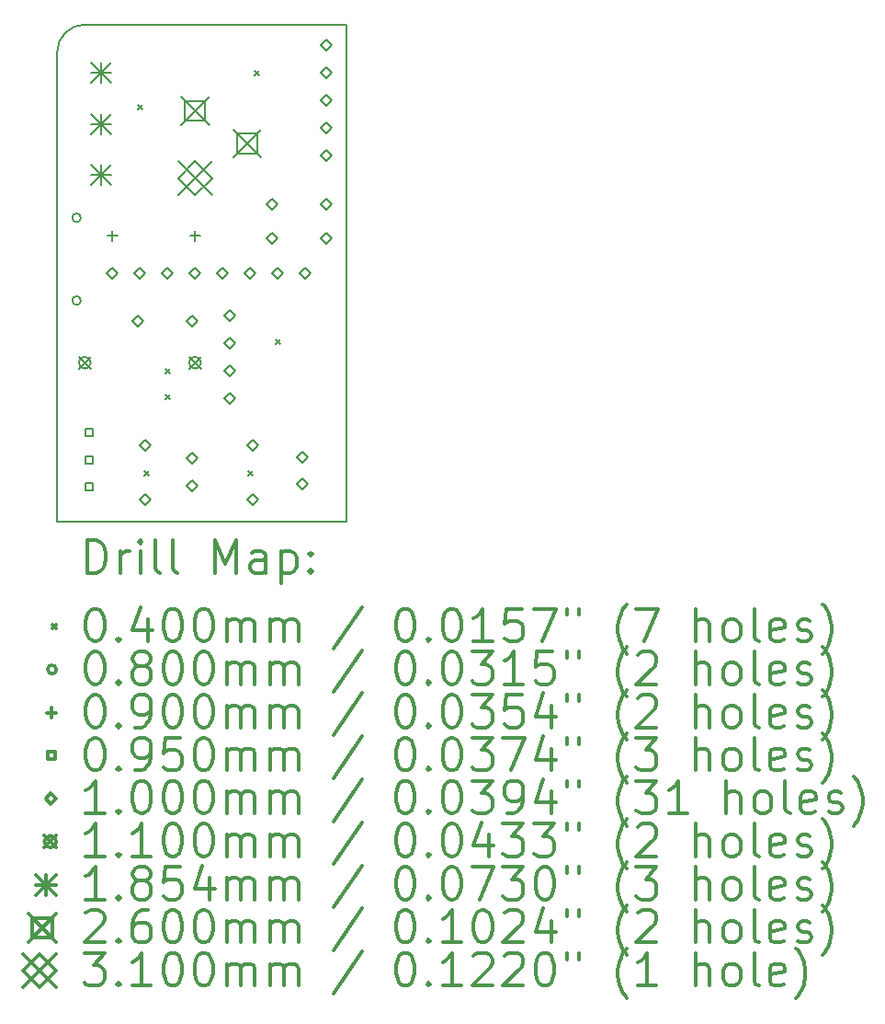
<source format=gbr>
%FSLAX45Y45*%
G04 Gerber Fmt 4.5, Leading zero omitted, Abs format (unit mm)*
G04 Created by KiCad (PCBNEW 5.1.10-1.fc33) date 2021-05-23 01:00:37*
%MOMM*%
%LPD*%
G01*
G04 APERTURE LIST*
%TA.AperFunction,Profile*%
%ADD10C,0.150000*%
%TD*%
%ADD11C,0.200000*%
%ADD12C,0.300000*%
G04 APERTURE END LIST*
D10*
X19494500Y-12001500D02*
X21907500Y-12001500D01*
X19240500Y-16573500D02*
X19240500Y-12255500D01*
X21907500Y-16573500D02*
X19240500Y-16573500D01*
X21907500Y-12001500D02*
X21907500Y-16573500D01*
X19494500Y-12001500D02*
G75*
G03*
X19240500Y-12255500I0J-254000D01*
G01*
D11*
X19982500Y-12743500D02*
X20022500Y-12783500D01*
X20022500Y-12743500D02*
X19982500Y-12783500D01*
X20046000Y-16109000D02*
X20086000Y-16149000D01*
X20086000Y-16109000D02*
X20046000Y-16149000D01*
X20236500Y-15169200D02*
X20276500Y-15209200D01*
X20276500Y-15169200D02*
X20236500Y-15209200D01*
X20236500Y-15410500D02*
X20276500Y-15450500D01*
X20276500Y-15410500D02*
X20236500Y-15450500D01*
X20998500Y-16109000D02*
X21038500Y-16149000D01*
X21038500Y-16109000D02*
X20998500Y-16149000D01*
X21062000Y-12426000D02*
X21102000Y-12466000D01*
X21102000Y-12426000D02*
X21062000Y-12466000D01*
X21252500Y-14902500D02*
X21292500Y-14942500D01*
X21292500Y-14902500D02*
X21252500Y-14942500D01*
X19458300Y-13779500D02*
G75*
G03*
X19458300Y-13779500I-40000J0D01*
G01*
X19458300Y-14541500D02*
G75*
G03*
X19458300Y-14541500I-40000J0D01*
G01*
X19748500Y-13899600D02*
X19748500Y-13989600D01*
X19703500Y-13944600D02*
X19793500Y-13944600D01*
X20510500Y-13899600D02*
X20510500Y-13989600D01*
X20465500Y-13944600D02*
X20555500Y-13944600D01*
X19566188Y-15789588D02*
X19566188Y-15722412D01*
X19499012Y-15722412D01*
X19499012Y-15789588D01*
X19566188Y-15789588D01*
X19566188Y-16039588D02*
X19566188Y-15972412D01*
X19499012Y-15972412D01*
X19499012Y-16039588D01*
X19566188Y-16039588D01*
X19566188Y-16289588D02*
X19566188Y-16222412D01*
X19499012Y-16222412D01*
X19499012Y-16289588D01*
X19566188Y-16289588D01*
X19748500Y-14337500D02*
X19798500Y-14287500D01*
X19748500Y-14237500D01*
X19698500Y-14287500D01*
X19748500Y-14337500D01*
X19985100Y-14782000D02*
X20035100Y-14732000D01*
X19985100Y-14682000D01*
X19935100Y-14732000D01*
X19985100Y-14782000D01*
X20002500Y-14337500D02*
X20052500Y-14287500D01*
X20002500Y-14237500D01*
X19952500Y-14287500D01*
X20002500Y-14337500D01*
X20053300Y-15920300D02*
X20103300Y-15870300D01*
X20053300Y-15820300D01*
X20003300Y-15870300D01*
X20053300Y-15920300D01*
X20053300Y-16420300D02*
X20103300Y-16370300D01*
X20053300Y-16320300D01*
X20003300Y-16370300D01*
X20053300Y-16420300D01*
X20256500Y-14337500D02*
X20306500Y-14287500D01*
X20256500Y-14237500D01*
X20206500Y-14287500D01*
X20256500Y-14337500D01*
X20485100Y-14782000D02*
X20535100Y-14732000D01*
X20485100Y-14682000D01*
X20435100Y-14732000D01*
X20485100Y-14782000D01*
X20485100Y-16043300D02*
X20535100Y-15993300D01*
X20485100Y-15943300D01*
X20435100Y-15993300D01*
X20485100Y-16043300D01*
X20485100Y-16293300D02*
X20535100Y-16243300D01*
X20485100Y-16193300D01*
X20435100Y-16243300D01*
X20485100Y-16293300D01*
X20510500Y-14337500D02*
X20560500Y-14287500D01*
X20510500Y-14237500D01*
X20460500Y-14287500D01*
X20510500Y-14337500D01*
X20764500Y-14337500D02*
X20814500Y-14287500D01*
X20764500Y-14237500D01*
X20714500Y-14287500D01*
X20764500Y-14337500D01*
X20828000Y-14731200D02*
X20878000Y-14681200D01*
X20828000Y-14631200D01*
X20778000Y-14681200D01*
X20828000Y-14731200D01*
X20828000Y-14985200D02*
X20878000Y-14935200D01*
X20828000Y-14885200D01*
X20778000Y-14935200D01*
X20828000Y-14985200D01*
X20828000Y-15239200D02*
X20878000Y-15189200D01*
X20828000Y-15139200D01*
X20778000Y-15189200D01*
X20828000Y-15239200D01*
X20828000Y-15493200D02*
X20878000Y-15443200D01*
X20828000Y-15393200D01*
X20778000Y-15443200D01*
X20828000Y-15493200D01*
X21018500Y-14337500D02*
X21068500Y-14287500D01*
X21018500Y-14237500D01*
X20968500Y-14287500D01*
X21018500Y-14337500D01*
X21043900Y-15920300D02*
X21093900Y-15870300D01*
X21043900Y-15820300D01*
X20993900Y-15870300D01*
X21043900Y-15920300D01*
X21043900Y-16420300D02*
X21093900Y-16370300D01*
X21043900Y-16320300D01*
X20993900Y-16370300D01*
X21043900Y-16420300D01*
X21217000Y-13702500D02*
X21267000Y-13652500D01*
X21217000Y-13602500D01*
X21167000Y-13652500D01*
X21217000Y-13702500D01*
X21217000Y-14020000D02*
X21267000Y-13970000D01*
X21217000Y-13920000D01*
X21167000Y-13970000D01*
X21217000Y-14020000D01*
X21272500Y-14337500D02*
X21322500Y-14287500D01*
X21272500Y-14237500D01*
X21222500Y-14287500D01*
X21272500Y-14337500D01*
X21501100Y-16030600D02*
X21551100Y-15980600D01*
X21501100Y-15930600D01*
X21451100Y-15980600D01*
X21501100Y-16030600D01*
X21501100Y-16280600D02*
X21551100Y-16230600D01*
X21501100Y-16180600D01*
X21451100Y-16230600D01*
X21501100Y-16280600D01*
X21526500Y-14337500D02*
X21576500Y-14287500D01*
X21526500Y-14237500D01*
X21476500Y-14287500D01*
X21526500Y-14337500D01*
X21717000Y-12242000D02*
X21767000Y-12192000D01*
X21717000Y-12142000D01*
X21667000Y-12192000D01*
X21717000Y-12242000D01*
X21717000Y-12496000D02*
X21767000Y-12446000D01*
X21717000Y-12396000D01*
X21667000Y-12446000D01*
X21717000Y-12496000D01*
X21717000Y-12750000D02*
X21767000Y-12700000D01*
X21717000Y-12650000D01*
X21667000Y-12700000D01*
X21717000Y-12750000D01*
X21717000Y-13004000D02*
X21767000Y-12954000D01*
X21717000Y-12904000D01*
X21667000Y-12954000D01*
X21717000Y-13004000D01*
X21717000Y-13258000D02*
X21767000Y-13208000D01*
X21717000Y-13158000D01*
X21667000Y-13208000D01*
X21717000Y-13258000D01*
X21717000Y-13702500D02*
X21767000Y-13652500D01*
X21717000Y-13602500D01*
X21667000Y-13652500D01*
X21717000Y-13702500D01*
X21717000Y-14020000D02*
X21767000Y-13970000D01*
X21717000Y-13920000D01*
X21667000Y-13970000D01*
X21717000Y-14020000D01*
X19439500Y-15058000D02*
X19549500Y-15168000D01*
X19549500Y-15058000D02*
X19439500Y-15168000D01*
X19549500Y-15113000D02*
G75*
G03*
X19549500Y-15113000I-55000J0D01*
G01*
X20455500Y-15058000D02*
X20565500Y-15168000D01*
X20565500Y-15058000D02*
X20455500Y-15168000D01*
X20565500Y-15113000D02*
G75*
G03*
X20565500Y-15113000I-55000J0D01*
G01*
X19554190Y-12353290D02*
X19739610Y-12538710D01*
X19739610Y-12353290D02*
X19554190Y-12538710D01*
X19646900Y-12353290D02*
X19646900Y-12538710D01*
X19554190Y-12446000D02*
X19739610Y-12446000D01*
X19554190Y-12823190D02*
X19739610Y-13008610D01*
X19739610Y-12823190D02*
X19554190Y-13008610D01*
X19646900Y-12823190D02*
X19646900Y-13008610D01*
X19554190Y-12915900D02*
X19739610Y-12915900D01*
X19554190Y-13293090D02*
X19739610Y-13478510D01*
X19739610Y-13293090D02*
X19554190Y-13478510D01*
X19646900Y-13293090D02*
X19646900Y-13478510D01*
X19554190Y-13385800D02*
X19739610Y-13385800D01*
X20380500Y-12665250D02*
X20640500Y-12925250D01*
X20640500Y-12665250D02*
X20380500Y-12925250D01*
X20602425Y-12887175D02*
X20602425Y-12703325D01*
X20418575Y-12703325D01*
X20418575Y-12887175D01*
X20602425Y-12887175D01*
X20860560Y-12965224D02*
X21120560Y-13225224D01*
X21120560Y-12965224D02*
X20860560Y-13225224D01*
X21082485Y-13187149D02*
X21082485Y-13003299D01*
X20898635Y-13003299D01*
X20898635Y-13187149D01*
X21082485Y-13187149D01*
X20355500Y-13260264D02*
X20665500Y-13570264D01*
X20665500Y-13260264D02*
X20355500Y-13570264D01*
X20510500Y-13570264D02*
X20665500Y-13415264D01*
X20510500Y-13260264D01*
X20355500Y-13415264D01*
X20510500Y-13570264D01*
D12*
X19519428Y-17046714D02*
X19519428Y-16746714D01*
X19590857Y-16746714D01*
X19633714Y-16761000D01*
X19662286Y-16789572D01*
X19676571Y-16818143D01*
X19690857Y-16875286D01*
X19690857Y-16918143D01*
X19676571Y-16975286D01*
X19662286Y-17003857D01*
X19633714Y-17032429D01*
X19590857Y-17046714D01*
X19519428Y-17046714D01*
X19819428Y-17046714D02*
X19819428Y-16846714D01*
X19819428Y-16903857D02*
X19833714Y-16875286D01*
X19848000Y-16861000D01*
X19876571Y-16846714D01*
X19905143Y-16846714D01*
X20005143Y-17046714D02*
X20005143Y-16846714D01*
X20005143Y-16746714D02*
X19990857Y-16761000D01*
X20005143Y-16775286D01*
X20019428Y-16761000D01*
X20005143Y-16746714D01*
X20005143Y-16775286D01*
X20190857Y-17046714D02*
X20162286Y-17032429D01*
X20148000Y-17003857D01*
X20148000Y-16746714D01*
X20348000Y-17046714D02*
X20319428Y-17032429D01*
X20305143Y-17003857D01*
X20305143Y-16746714D01*
X20690857Y-17046714D02*
X20690857Y-16746714D01*
X20790857Y-16961000D01*
X20890857Y-16746714D01*
X20890857Y-17046714D01*
X21162286Y-17046714D02*
X21162286Y-16889572D01*
X21148000Y-16861000D01*
X21119428Y-16846714D01*
X21062286Y-16846714D01*
X21033714Y-16861000D01*
X21162286Y-17032429D02*
X21133714Y-17046714D01*
X21062286Y-17046714D01*
X21033714Y-17032429D01*
X21019428Y-17003857D01*
X21019428Y-16975286D01*
X21033714Y-16946714D01*
X21062286Y-16932429D01*
X21133714Y-16932429D01*
X21162286Y-16918143D01*
X21305143Y-16846714D02*
X21305143Y-17146714D01*
X21305143Y-16861000D02*
X21333714Y-16846714D01*
X21390857Y-16846714D01*
X21419428Y-16861000D01*
X21433714Y-16875286D01*
X21448000Y-16903857D01*
X21448000Y-16989572D01*
X21433714Y-17018143D01*
X21419428Y-17032429D01*
X21390857Y-17046714D01*
X21333714Y-17046714D01*
X21305143Y-17032429D01*
X21576571Y-17018143D02*
X21590857Y-17032429D01*
X21576571Y-17046714D01*
X21562286Y-17032429D01*
X21576571Y-17018143D01*
X21576571Y-17046714D01*
X21576571Y-16861000D02*
X21590857Y-16875286D01*
X21576571Y-16889572D01*
X21562286Y-16875286D01*
X21576571Y-16861000D01*
X21576571Y-16889572D01*
X19193000Y-17521000D02*
X19233000Y-17561000D01*
X19233000Y-17521000D02*
X19193000Y-17561000D01*
X19576571Y-17376714D02*
X19605143Y-17376714D01*
X19633714Y-17391000D01*
X19648000Y-17405286D01*
X19662286Y-17433857D01*
X19676571Y-17491000D01*
X19676571Y-17562429D01*
X19662286Y-17619572D01*
X19648000Y-17648143D01*
X19633714Y-17662429D01*
X19605143Y-17676714D01*
X19576571Y-17676714D01*
X19548000Y-17662429D01*
X19533714Y-17648143D01*
X19519428Y-17619572D01*
X19505143Y-17562429D01*
X19505143Y-17491000D01*
X19519428Y-17433857D01*
X19533714Y-17405286D01*
X19548000Y-17391000D01*
X19576571Y-17376714D01*
X19805143Y-17648143D02*
X19819428Y-17662429D01*
X19805143Y-17676714D01*
X19790857Y-17662429D01*
X19805143Y-17648143D01*
X19805143Y-17676714D01*
X20076571Y-17476714D02*
X20076571Y-17676714D01*
X20005143Y-17362429D02*
X19933714Y-17576714D01*
X20119428Y-17576714D01*
X20290857Y-17376714D02*
X20319428Y-17376714D01*
X20348000Y-17391000D01*
X20362286Y-17405286D01*
X20376571Y-17433857D01*
X20390857Y-17491000D01*
X20390857Y-17562429D01*
X20376571Y-17619572D01*
X20362286Y-17648143D01*
X20348000Y-17662429D01*
X20319428Y-17676714D01*
X20290857Y-17676714D01*
X20262286Y-17662429D01*
X20248000Y-17648143D01*
X20233714Y-17619572D01*
X20219428Y-17562429D01*
X20219428Y-17491000D01*
X20233714Y-17433857D01*
X20248000Y-17405286D01*
X20262286Y-17391000D01*
X20290857Y-17376714D01*
X20576571Y-17376714D02*
X20605143Y-17376714D01*
X20633714Y-17391000D01*
X20648000Y-17405286D01*
X20662286Y-17433857D01*
X20676571Y-17491000D01*
X20676571Y-17562429D01*
X20662286Y-17619572D01*
X20648000Y-17648143D01*
X20633714Y-17662429D01*
X20605143Y-17676714D01*
X20576571Y-17676714D01*
X20548000Y-17662429D01*
X20533714Y-17648143D01*
X20519428Y-17619572D01*
X20505143Y-17562429D01*
X20505143Y-17491000D01*
X20519428Y-17433857D01*
X20533714Y-17405286D01*
X20548000Y-17391000D01*
X20576571Y-17376714D01*
X20805143Y-17676714D02*
X20805143Y-17476714D01*
X20805143Y-17505286D02*
X20819428Y-17491000D01*
X20848000Y-17476714D01*
X20890857Y-17476714D01*
X20919428Y-17491000D01*
X20933714Y-17519572D01*
X20933714Y-17676714D01*
X20933714Y-17519572D02*
X20948000Y-17491000D01*
X20976571Y-17476714D01*
X21019428Y-17476714D01*
X21048000Y-17491000D01*
X21062286Y-17519572D01*
X21062286Y-17676714D01*
X21205143Y-17676714D02*
X21205143Y-17476714D01*
X21205143Y-17505286D02*
X21219428Y-17491000D01*
X21248000Y-17476714D01*
X21290857Y-17476714D01*
X21319428Y-17491000D01*
X21333714Y-17519572D01*
X21333714Y-17676714D01*
X21333714Y-17519572D02*
X21348000Y-17491000D01*
X21376571Y-17476714D01*
X21419428Y-17476714D01*
X21448000Y-17491000D01*
X21462286Y-17519572D01*
X21462286Y-17676714D01*
X22048000Y-17362429D02*
X21790857Y-17748143D01*
X22433714Y-17376714D02*
X22462286Y-17376714D01*
X22490857Y-17391000D01*
X22505143Y-17405286D01*
X22519428Y-17433857D01*
X22533714Y-17491000D01*
X22533714Y-17562429D01*
X22519428Y-17619572D01*
X22505143Y-17648143D01*
X22490857Y-17662429D01*
X22462286Y-17676714D01*
X22433714Y-17676714D01*
X22405143Y-17662429D01*
X22390857Y-17648143D01*
X22376571Y-17619572D01*
X22362286Y-17562429D01*
X22362286Y-17491000D01*
X22376571Y-17433857D01*
X22390857Y-17405286D01*
X22405143Y-17391000D01*
X22433714Y-17376714D01*
X22662286Y-17648143D02*
X22676571Y-17662429D01*
X22662286Y-17676714D01*
X22648000Y-17662429D01*
X22662286Y-17648143D01*
X22662286Y-17676714D01*
X22862286Y-17376714D02*
X22890857Y-17376714D01*
X22919428Y-17391000D01*
X22933714Y-17405286D01*
X22948000Y-17433857D01*
X22962286Y-17491000D01*
X22962286Y-17562429D01*
X22948000Y-17619572D01*
X22933714Y-17648143D01*
X22919428Y-17662429D01*
X22890857Y-17676714D01*
X22862286Y-17676714D01*
X22833714Y-17662429D01*
X22819428Y-17648143D01*
X22805143Y-17619572D01*
X22790857Y-17562429D01*
X22790857Y-17491000D01*
X22805143Y-17433857D01*
X22819428Y-17405286D01*
X22833714Y-17391000D01*
X22862286Y-17376714D01*
X23248000Y-17676714D02*
X23076571Y-17676714D01*
X23162286Y-17676714D02*
X23162286Y-17376714D01*
X23133714Y-17419572D01*
X23105143Y-17448143D01*
X23076571Y-17462429D01*
X23519428Y-17376714D02*
X23376571Y-17376714D01*
X23362286Y-17519572D01*
X23376571Y-17505286D01*
X23405143Y-17491000D01*
X23476571Y-17491000D01*
X23505143Y-17505286D01*
X23519428Y-17519572D01*
X23533714Y-17548143D01*
X23533714Y-17619572D01*
X23519428Y-17648143D01*
X23505143Y-17662429D01*
X23476571Y-17676714D01*
X23405143Y-17676714D01*
X23376571Y-17662429D01*
X23362286Y-17648143D01*
X23633714Y-17376714D02*
X23833714Y-17376714D01*
X23705143Y-17676714D01*
X23933714Y-17376714D02*
X23933714Y-17433857D01*
X24048000Y-17376714D02*
X24048000Y-17433857D01*
X24490857Y-17791000D02*
X24476571Y-17776714D01*
X24448000Y-17733857D01*
X24433714Y-17705286D01*
X24419428Y-17662429D01*
X24405143Y-17591000D01*
X24405143Y-17533857D01*
X24419428Y-17462429D01*
X24433714Y-17419572D01*
X24448000Y-17391000D01*
X24476571Y-17348143D01*
X24490857Y-17333857D01*
X24576571Y-17376714D02*
X24776571Y-17376714D01*
X24648000Y-17676714D01*
X25119428Y-17676714D02*
X25119428Y-17376714D01*
X25248000Y-17676714D02*
X25248000Y-17519572D01*
X25233714Y-17491000D01*
X25205143Y-17476714D01*
X25162286Y-17476714D01*
X25133714Y-17491000D01*
X25119428Y-17505286D01*
X25433714Y-17676714D02*
X25405143Y-17662429D01*
X25390857Y-17648143D01*
X25376571Y-17619572D01*
X25376571Y-17533857D01*
X25390857Y-17505286D01*
X25405143Y-17491000D01*
X25433714Y-17476714D01*
X25476571Y-17476714D01*
X25505143Y-17491000D01*
X25519428Y-17505286D01*
X25533714Y-17533857D01*
X25533714Y-17619572D01*
X25519428Y-17648143D01*
X25505143Y-17662429D01*
X25476571Y-17676714D01*
X25433714Y-17676714D01*
X25705143Y-17676714D02*
X25676571Y-17662429D01*
X25662286Y-17633857D01*
X25662286Y-17376714D01*
X25933714Y-17662429D02*
X25905143Y-17676714D01*
X25848000Y-17676714D01*
X25819428Y-17662429D01*
X25805143Y-17633857D01*
X25805143Y-17519572D01*
X25819428Y-17491000D01*
X25848000Y-17476714D01*
X25905143Y-17476714D01*
X25933714Y-17491000D01*
X25948000Y-17519572D01*
X25948000Y-17548143D01*
X25805143Y-17576714D01*
X26062286Y-17662429D02*
X26090857Y-17676714D01*
X26148000Y-17676714D01*
X26176571Y-17662429D01*
X26190857Y-17633857D01*
X26190857Y-17619572D01*
X26176571Y-17591000D01*
X26148000Y-17576714D01*
X26105143Y-17576714D01*
X26076571Y-17562429D01*
X26062286Y-17533857D01*
X26062286Y-17519572D01*
X26076571Y-17491000D01*
X26105143Y-17476714D01*
X26148000Y-17476714D01*
X26176571Y-17491000D01*
X26290857Y-17791000D02*
X26305143Y-17776714D01*
X26333714Y-17733857D01*
X26348000Y-17705286D01*
X26362286Y-17662429D01*
X26376571Y-17591000D01*
X26376571Y-17533857D01*
X26362286Y-17462429D01*
X26348000Y-17419572D01*
X26333714Y-17391000D01*
X26305143Y-17348143D01*
X26290857Y-17333857D01*
X19233000Y-17937000D02*
G75*
G03*
X19233000Y-17937000I-40000J0D01*
G01*
X19576571Y-17772714D02*
X19605143Y-17772714D01*
X19633714Y-17787000D01*
X19648000Y-17801286D01*
X19662286Y-17829857D01*
X19676571Y-17887000D01*
X19676571Y-17958429D01*
X19662286Y-18015572D01*
X19648000Y-18044143D01*
X19633714Y-18058429D01*
X19605143Y-18072714D01*
X19576571Y-18072714D01*
X19548000Y-18058429D01*
X19533714Y-18044143D01*
X19519428Y-18015572D01*
X19505143Y-17958429D01*
X19505143Y-17887000D01*
X19519428Y-17829857D01*
X19533714Y-17801286D01*
X19548000Y-17787000D01*
X19576571Y-17772714D01*
X19805143Y-18044143D02*
X19819428Y-18058429D01*
X19805143Y-18072714D01*
X19790857Y-18058429D01*
X19805143Y-18044143D01*
X19805143Y-18072714D01*
X19990857Y-17901286D02*
X19962286Y-17887000D01*
X19948000Y-17872714D01*
X19933714Y-17844143D01*
X19933714Y-17829857D01*
X19948000Y-17801286D01*
X19962286Y-17787000D01*
X19990857Y-17772714D01*
X20048000Y-17772714D01*
X20076571Y-17787000D01*
X20090857Y-17801286D01*
X20105143Y-17829857D01*
X20105143Y-17844143D01*
X20090857Y-17872714D01*
X20076571Y-17887000D01*
X20048000Y-17901286D01*
X19990857Y-17901286D01*
X19962286Y-17915572D01*
X19948000Y-17929857D01*
X19933714Y-17958429D01*
X19933714Y-18015572D01*
X19948000Y-18044143D01*
X19962286Y-18058429D01*
X19990857Y-18072714D01*
X20048000Y-18072714D01*
X20076571Y-18058429D01*
X20090857Y-18044143D01*
X20105143Y-18015572D01*
X20105143Y-17958429D01*
X20090857Y-17929857D01*
X20076571Y-17915572D01*
X20048000Y-17901286D01*
X20290857Y-17772714D02*
X20319428Y-17772714D01*
X20348000Y-17787000D01*
X20362286Y-17801286D01*
X20376571Y-17829857D01*
X20390857Y-17887000D01*
X20390857Y-17958429D01*
X20376571Y-18015572D01*
X20362286Y-18044143D01*
X20348000Y-18058429D01*
X20319428Y-18072714D01*
X20290857Y-18072714D01*
X20262286Y-18058429D01*
X20248000Y-18044143D01*
X20233714Y-18015572D01*
X20219428Y-17958429D01*
X20219428Y-17887000D01*
X20233714Y-17829857D01*
X20248000Y-17801286D01*
X20262286Y-17787000D01*
X20290857Y-17772714D01*
X20576571Y-17772714D02*
X20605143Y-17772714D01*
X20633714Y-17787000D01*
X20648000Y-17801286D01*
X20662286Y-17829857D01*
X20676571Y-17887000D01*
X20676571Y-17958429D01*
X20662286Y-18015572D01*
X20648000Y-18044143D01*
X20633714Y-18058429D01*
X20605143Y-18072714D01*
X20576571Y-18072714D01*
X20548000Y-18058429D01*
X20533714Y-18044143D01*
X20519428Y-18015572D01*
X20505143Y-17958429D01*
X20505143Y-17887000D01*
X20519428Y-17829857D01*
X20533714Y-17801286D01*
X20548000Y-17787000D01*
X20576571Y-17772714D01*
X20805143Y-18072714D02*
X20805143Y-17872714D01*
X20805143Y-17901286D02*
X20819428Y-17887000D01*
X20848000Y-17872714D01*
X20890857Y-17872714D01*
X20919428Y-17887000D01*
X20933714Y-17915572D01*
X20933714Y-18072714D01*
X20933714Y-17915572D02*
X20948000Y-17887000D01*
X20976571Y-17872714D01*
X21019428Y-17872714D01*
X21048000Y-17887000D01*
X21062286Y-17915572D01*
X21062286Y-18072714D01*
X21205143Y-18072714D02*
X21205143Y-17872714D01*
X21205143Y-17901286D02*
X21219428Y-17887000D01*
X21248000Y-17872714D01*
X21290857Y-17872714D01*
X21319428Y-17887000D01*
X21333714Y-17915572D01*
X21333714Y-18072714D01*
X21333714Y-17915572D02*
X21348000Y-17887000D01*
X21376571Y-17872714D01*
X21419428Y-17872714D01*
X21448000Y-17887000D01*
X21462286Y-17915572D01*
X21462286Y-18072714D01*
X22048000Y-17758429D02*
X21790857Y-18144143D01*
X22433714Y-17772714D02*
X22462286Y-17772714D01*
X22490857Y-17787000D01*
X22505143Y-17801286D01*
X22519428Y-17829857D01*
X22533714Y-17887000D01*
X22533714Y-17958429D01*
X22519428Y-18015572D01*
X22505143Y-18044143D01*
X22490857Y-18058429D01*
X22462286Y-18072714D01*
X22433714Y-18072714D01*
X22405143Y-18058429D01*
X22390857Y-18044143D01*
X22376571Y-18015572D01*
X22362286Y-17958429D01*
X22362286Y-17887000D01*
X22376571Y-17829857D01*
X22390857Y-17801286D01*
X22405143Y-17787000D01*
X22433714Y-17772714D01*
X22662286Y-18044143D02*
X22676571Y-18058429D01*
X22662286Y-18072714D01*
X22648000Y-18058429D01*
X22662286Y-18044143D01*
X22662286Y-18072714D01*
X22862286Y-17772714D02*
X22890857Y-17772714D01*
X22919428Y-17787000D01*
X22933714Y-17801286D01*
X22948000Y-17829857D01*
X22962286Y-17887000D01*
X22962286Y-17958429D01*
X22948000Y-18015572D01*
X22933714Y-18044143D01*
X22919428Y-18058429D01*
X22890857Y-18072714D01*
X22862286Y-18072714D01*
X22833714Y-18058429D01*
X22819428Y-18044143D01*
X22805143Y-18015572D01*
X22790857Y-17958429D01*
X22790857Y-17887000D01*
X22805143Y-17829857D01*
X22819428Y-17801286D01*
X22833714Y-17787000D01*
X22862286Y-17772714D01*
X23062286Y-17772714D02*
X23248000Y-17772714D01*
X23148000Y-17887000D01*
X23190857Y-17887000D01*
X23219428Y-17901286D01*
X23233714Y-17915572D01*
X23248000Y-17944143D01*
X23248000Y-18015572D01*
X23233714Y-18044143D01*
X23219428Y-18058429D01*
X23190857Y-18072714D01*
X23105143Y-18072714D01*
X23076571Y-18058429D01*
X23062286Y-18044143D01*
X23533714Y-18072714D02*
X23362286Y-18072714D01*
X23448000Y-18072714D02*
X23448000Y-17772714D01*
X23419428Y-17815572D01*
X23390857Y-17844143D01*
X23362286Y-17858429D01*
X23805143Y-17772714D02*
X23662286Y-17772714D01*
X23648000Y-17915572D01*
X23662286Y-17901286D01*
X23690857Y-17887000D01*
X23762286Y-17887000D01*
X23790857Y-17901286D01*
X23805143Y-17915572D01*
X23819428Y-17944143D01*
X23819428Y-18015572D01*
X23805143Y-18044143D01*
X23790857Y-18058429D01*
X23762286Y-18072714D01*
X23690857Y-18072714D01*
X23662286Y-18058429D01*
X23648000Y-18044143D01*
X23933714Y-17772714D02*
X23933714Y-17829857D01*
X24048000Y-17772714D02*
X24048000Y-17829857D01*
X24490857Y-18187000D02*
X24476571Y-18172714D01*
X24448000Y-18129857D01*
X24433714Y-18101286D01*
X24419428Y-18058429D01*
X24405143Y-17987000D01*
X24405143Y-17929857D01*
X24419428Y-17858429D01*
X24433714Y-17815572D01*
X24448000Y-17787000D01*
X24476571Y-17744143D01*
X24490857Y-17729857D01*
X24590857Y-17801286D02*
X24605143Y-17787000D01*
X24633714Y-17772714D01*
X24705143Y-17772714D01*
X24733714Y-17787000D01*
X24748000Y-17801286D01*
X24762286Y-17829857D01*
X24762286Y-17858429D01*
X24748000Y-17901286D01*
X24576571Y-18072714D01*
X24762286Y-18072714D01*
X25119428Y-18072714D02*
X25119428Y-17772714D01*
X25248000Y-18072714D02*
X25248000Y-17915572D01*
X25233714Y-17887000D01*
X25205143Y-17872714D01*
X25162286Y-17872714D01*
X25133714Y-17887000D01*
X25119428Y-17901286D01*
X25433714Y-18072714D02*
X25405143Y-18058429D01*
X25390857Y-18044143D01*
X25376571Y-18015572D01*
X25376571Y-17929857D01*
X25390857Y-17901286D01*
X25405143Y-17887000D01*
X25433714Y-17872714D01*
X25476571Y-17872714D01*
X25505143Y-17887000D01*
X25519428Y-17901286D01*
X25533714Y-17929857D01*
X25533714Y-18015572D01*
X25519428Y-18044143D01*
X25505143Y-18058429D01*
X25476571Y-18072714D01*
X25433714Y-18072714D01*
X25705143Y-18072714D02*
X25676571Y-18058429D01*
X25662286Y-18029857D01*
X25662286Y-17772714D01*
X25933714Y-18058429D02*
X25905143Y-18072714D01*
X25848000Y-18072714D01*
X25819428Y-18058429D01*
X25805143Y-18029857D01*
X25805143Y-17915572D01*
X25819428Y-17887000D01*
X25848000Y-17872714D01*
X25905143Y-17872714D01*
X25933714Y-17887000D01*
X25948000Y-17915572D01*
X25948000Y-17944143D01*
X25805143Y-17972714D01*
X26062286Y-18058429D02*
X26090857Y-18072714D01*
X26148000Y-18072714D01*
X26176571Y-18058429D01*
X26190857Y-18029857D01*
X26190857Y-18015572D01*
X26176571Y-17987000D01*
X26148000Y-17972714D01*
X26105143Y-17972714D01*
X26076571Y-17958429D01*
X26062286Y-17929857D01*
X26062286Y-17915572D01*
X26076571Y-17887000D01*
X26105143Y-17872714D01*
X26148000Y-17872714D01*
X26176571Y-17887000D01*
X26290857Y-18187000D02*
X26305143Y-18172714D01*
X26333714Y-18129857D01*
X26348000Y-18101286D01*
X26362286Y-18058429D01*
X26376571Y-17987000D01*
X26376571Y-17929857D01*
X26362286Y-17858429D01*
X26348000Y-17815572D01*
X26333714Y-17787000D01*
X26305143Y-17744143D01*
X26290857Y-17729857D01*
X19188000Y-18288000D02*
X19188000Y-18378000D01*
X19143000Y-18333000D02*
X19233000Y-18333000D01*
X19576571Y-18168714D02*
X19605143Y-18168714D01*
X19633714Y-18183000D01*
X19648000Y-18197286D01*
X19662286Y-18225857D01*
X19676571Y-18283000D01*
X19676571Y-18354429D01*
X19662286Y-18411572D01*
X19648000Y-18440143D01*
X19633714Y-18454429D01*
X19605143Y-18468714D01*
X19576571Y-18468714D01*
X19548000Y-18454429D01*
X19533714Y-18440143D01*
X19519428Y-18411572D01*
X19505143Y-18354429D01*
X19505143Y-18283000D01*
X19519428Y-18225857D01*
X19533714Y-18197286D01*
X19548000Y-18183000D01*
X19576571Y-18168714D01*
X19805143Y-18440143D02*
X19819428Y-18454429D01*
X19805143Y-18468714D01*
X19790857Y-18454429D01*
X19805143Y-18440143D01*
X19805143Y-18468714D01*
X19962286Y-18468714D02*
X20019428Y-18468714D01*
X20048000Y-18454429D01*
X20062286Y-18440143D01*
X20090857Y-18397286D01*
X20105143Y-18340143D01*
X20105143Y-18225857D01*
X20090857Y-18197286D01*
X20076571Y-18183000D01*
X20048000Y-18168714D01*
X19990857Y-18168714D01*
X19962286Y-18183000D01*
X19948000Y-18197286D01*
X19933714Y-18225857D01*
X19933714Y-18297286D01*
X19948000Y-18325857D01*
X19962286Y-18340143D01*
X19990857Y-18354429D01*
X20048000Y-18354429D01*
X20076571Y-18340143D01*
X20090857Y-18325857D01*
X20105143Y-18297286D01*
X20290857Y-18168714D02*
X20319428Y-18168714D01*
X20348000Y-18183000D01*
X20362286Y-18197286D01*
X20376571Y-18225857D01*
X20390857Y-18283000D01*
X20390857Y-18354429D01*
X20376571Y-18411572D01*
X20362286Y-18440143D01*
X20348000Y-18454429D01*
X20319428Y-18468714D01*
X20290857Y-18468714D01*
X20262286Y-18454429D01*
X20248000Y-18440143D01*
X20233714Y-18411572D01*
X20219428Y-18354429D01*
X20219428Y-18283000D01*
X20233714Y-18225857D01*
X20248000Y-18197286D01*
X20262286Y-18183000D01*
X20290857Y-18168714D01*
X20576571Y-18168714D02*
X20605143Y-18168714D01*
X20633714Y-18183000D01*
X20648000Y-18197286D01*
X20662286Y-18225857D01*
X20676571Y-18283000D01*
X20676571Y-18354429D01*
X20662286Y-18411572D01*
X20648000Y-18440143D01*
X20633714Y-18454429D01*
X20605143Y-18468714D01*
X20576571Y-18468714D01*
X20548000Y-18454429D01*
X20533714Y-18440143D01*
X20519428Y-18411572D01*
X20505143Y-18354429D01*
X20505143Y-18283000D01*
X20519428Y-18225857D01*
X20533714Y-18197286D01*
X20548000Y-18183000D01*
X20576571Y-18168714D01*
X20805143Y-18468714D02*
X20805143Y-18268714D01*
X20805143Y-18297286D02*
X20819428Y-18283000D01*
X20848000Y-18268714D01*
X20890857Y-18268714D01*
X20919428Y-18283000D01*
X20933714Y-18311572D01*
X20933714Y-18468714D01*
X20933714Y-18311572D02*
X20948000Y-18283000D01*
X20976571Y-18268714D01*
X21019428Y-18268714D01*
X21048000Y-18283000D01*
X21062286Y-18311572D01*
X21062286Y-18468714D01*
X21205143Y-18468714D02*
X21205143Y-18268714D01*
X21205143Y-18297286D02*
X21219428Y-18283000D01*
X21248000Y-18268714D01*
X21290857Y-18268714D01*
X21319428Y-18283000D01*
X21333714Y-18311572D01*
X21333714Y-18468714D01*
X21333714Y-18311572D02*
X21348000Y-18283000D01*
X21376571Y-18268714D01*
X21419428Y-18268714D01*
X21448000Y-18283000D01*
X21462286Y-18311572D01*
X21462286Y-18468714D01*
X22048000Y-18154429D02*
X21790857Y-18540143D01*
X22433714Y-18168714D02*
X22462286Y-18168714D01*
X22490857Y-18183000D01*
X22505143Y-18197286D01*
X22519428Y-18225857D01*
X22533714Y-18283000D01*
X22533714Y-18354429D01*
X22519428Y-18411572D01*
X22505143Y-18440143D01*
X22490857Y-18454429D01*
X22462286Y-18468714D01*
X22433714Y-18468714D01*
X22405143Y-18454429D01*
X22390857Y-18440143D01*
X22376571Y-18411572D01*
X22362286Y-18354429D01*
X22362286Y-18283000D01*
X22376571Y-18225857D01*
X22390857Y-18197286D01*
X22405143Y-18183000D01*
X22433714Y-18168714D01*
X22662286Y-18440143D02*
X22676571Y-18454429D01*
X22662286Y-18468714D01*
X22648000Y-18454429D01*
X22662286Y-18440143D01*
X22662286Y-18468714D01*
X22862286Y-18168714D02*
X22890857Y-18168714D01*
X22919428Y-18183000D01*
X22933714Y-18197286D01*
X22948000Y-18225857D01*
X22962286Y-18283000D01*
X22962286Y-18354429D01*
X22948000Y-18411572D01*
X22933714Y-18440143D01*
X22919428Y-18454429D01*
X22890857Y-18468714D01*
X22862286Y-18468714D01*
X22833714Y-18454429D01*
X22819428Y-18440143D01*
X22805143Y-18411572D01*
X22790857Y-18354429D01*
X22790857Y-18283000D01*
X22805143Y-18225857D01*
X22819428Y-18197286D01*
X22833714Y-18183000D01*
X22862286Y-18168714D01*
X23062286Y-18168714D02*
X23248000Y-18168714D01*
X23148000Y-18283000D01*
X23190857Y-18283000D01*
X23219428Y-18297286D01*
X23233714Y-18311572D01*
X23248000Y-18340143D01*
X23248000Y-18411572D01*
X23233714Y-18440143D01*
X23219428Y-18454429D01*
X23190857Y-18468714D01*
X23105143Y-18468714D01*
X23076571Y-18454429D01*
X23062286Y-18440143D01*
X23519428Y-18168714D02*
X23376571Y-18168714D01*
X23362286Y-18311572D01*
X23376571Y-18297286D01*
X23405143Y-18283000D01*
X23476571Y-18283000D01*
X23505143Y-18297286D01*
X23519428Y-18311572D01*
X23533714Y-18340143D01*
X23533714Y-18411572D01*
X23519428Y-18440143D01*
X23505143Y-18454429D01*
X23476571Y-18468714D01*
X23405143Y-18468714D01*
X23376571Y-18454429D01*
X23362286Y-18440143D01*
X23790857Y-18268714D02*
X23790857Y-18468714D01*
X23719428Y-18154429D02*
X23648000Y-18368714D01*
X23833714Y-18368714D01*
X23933714Y-18168714D02*
X23933714Y-18225857D01*
X24048000Y-18168714D02*
X24048000Y-18225857D01*
X24490857Y-18583000D02*
X24476571Y-18568714D01*
X24448000Y-18525857D01*
X24433714Y-18497286D01*
X24419428Y-18454429D01*
X24405143Y-18383000D01*
X24405143Y-18325857D01*
X24419428Y-18254429D01*
X24433714Y-18211572D01*
X24448000Y-18183000D01*
X24476571Y-18140143D01*
X24490857Y-18125857D01*
X24590857Y-18197286D02*
X24605143Y-18183000D01*
X24633714Y-18168714D01*
X24705143Y-18168714D01*
X24733714Y-18183000D01*
X24748000Y-18197286D01*
X24762286Y-18225857D01*
X24762286Y-18254429D01*
X24748000Y-18297286D01*
X24576571Y-18468714D01*
X24762286Y-18468714D01*
X25119428Y-18468714D02*
X25119428Y-18168714D01*
X25248000Y-18468714D02*
X25248000Y-18311572D01*
X25233714Y-18283000D01*
X25205143Y-18268714D01*
X25162286Y-18268714D01*
X25133714Y-18283000D01*
X25119428Y-18297286D01*
X25433714Y-18468714D02*
X25405143Y-18454429D01*
X25390857Y-18440143D01*
X25376571Y-18411572D01*
X25376571Y-18325857D01*
X25390857Y-18297286D01*
X25405143Y-18283000D01*
X25433714Y-18268714D01*
X25476571Y-18268714D01*
X25505143Y-18283000D01*
X25519428Y-18297286D01*
X25533714Y-18325857D01*
X25533714Y-18411572D01*
X25519428Y-18440143D01*
X25505143Y-18454429D01*
X25476571Y-18468714D01*
X25433714Y-18468714D01*
X25705143Y-18468714D02*
X25676571Y-18454429D01*
X25662286Y-18425857D01*
X25662286Y-18168714D01*
X25933714Y-18454429D02*
X25905143Y-18468714D01*
X25848000Y-18468714D01*
X25819428Y-18454429D01*
X25805143Y-18425857D01*
X25805143Y-18311572D01*
X25819428Y-18283000D01*
X25848000Y-18268714D01*
X25905143Y-18268714D01*
X25933714Y-18283000D01*
X25948000Y-18311572D01*
X25948000Y-18340143D01*
X25805143Y-18368714D01*
X26062286Y-18454429D02*
X26090857Y-18468714D01*
X26148000Y-18468714D01*
X26176571Y-18454429D01*
X26190857Y-18425857D01*
X26190857Y-18411572D01*
X26176571Y-18383000D01*
X26148000Y-18368714D01*
X26105143Y-18368714D01*
X26076571Y-18354429D01*
X26062286Y-18325857D01*
X26062286Y-18311572D01*
X26076571Y-18283000D01*
X26105143Y-18268714D01*
X26148000Y-18268714D01*
X26176571Y-18283000D01*
X26290857Y-18583000D02*
X26305143Y-18568714D01*
X26333714Y-18525857D01*
X26348000Y-18497286D01*
X26362286Y-18454429D01*
X26376571Y-18383000D01*
X26376571Y-18325857D01*
X26362286Y-18254429D01*
X26348000Y-18211572D01*
X26333714Y-18183000D01*
X26305143Y-18140143D01*
X26290857Y-18125857D01*
X19219088Y-18762588D02*
X19219088Y-18695412D01*
X19151912Y-18695412D01*
X19151912Y-18762588D01*
X19219088Y-18762588D01*
X19576571Y-18564714D02*
X19605143Y-18564714D01*
X19633714Y-18579000D01*
X19648000Y-18593286D01*
X19662286Y-18621857D01*
X19676571Y-18679000D01*
X19676571Y-18750429D01*
X19662286Y-18807572D01*
X19648000Y-18836143D01*
X19633714Y-18850429D01*
X19605143Y-18864714D01*
X19576571Y-18864714D01*
X19548000Y-18850429D01*
X19533714Y-18836143D01*
X19519428Y-18807572D01*
X19505143Y-18750429D01*
X19505143Y-18679000D01*
X19519428Y-18621857D01*
X19533714Y-18593286D01*
X19548000Y-18579000D01*
X19576571Y-18564714D01*
X19805143Y-18836143D02*
X19819428Y-18850429D01*
X19805143Y-18864714D01*
X19790857Y-18850429D01*
X19805143Y-18836143D01*
X19805143Y-18864714D01*
X19962286Y-18864714D02*
X20019428Y-18864714D01*
X20048000Y-18850429D01*
X20062286Y-18836143D01*
X20090857Y-18793286D01*
X20105143Y-18736143D01*
X20105143Y-18621857D01*
X20090857Y-18593286D01*
X20076571Y-18579000D01*
X20048000Y-18564714D01*
X19990857Y-18564714D01*
X19962286Y-18579000D01*
X19948000Y-18593286D01*
X19933714Y-18621857D01*
X19933714Y-18693286D01*
X19948000Y-18721857D01*
X19962286Y-18736143D01*
X19990857Y-18750429D01*
X20048000Y-18750429D01*
X20076571Y-18736143D01*
X20090857Y-18721857D01*
X20105143Y-18693286D01*
X20376571Y-18564714D02*
X20233714Y-18564714D01*
X20219428Y-18707572D01*
X20233714Y-18693286D01*
X20262286Y-18679000D01*
X20333714Y-18679000D01*
X20362286Y-18693286D01*
X20376571Y-18707572D01*
X20390857Y-18736143D01*
X20390857Y-18807572D01*
X20376571Y-18836143D01*
X20362286Y-18850429D01*
X20333714Y-18864714D01*
X20262286Y-18864714D01*
X20233714Y-18850429D01*
X20219428Y-18836143D01*
X20576571Y-18564714D02*
X20605143Y-18564714D01*
X20633714Y-18579000D01*
X20648000Y-18593286D01*
X20662286Y-18621857D01*
X20676571Y-18679000D01*
X20676571Y-18750429D01*
X20662286Y-18807572D01*
X20648000Y-18836143D01*
X20633714Y-18850429D01*
X20605143Y-18864714D01*
X20576571Y-18864714D01*
X20548000Y-18850429D01*
X20533714Y-18836143D01*
X20519428Y-18807572D01*
X20505143Y-18750429D01*
X20505143Y-18679000D01*
X20519428Y-18621857D01*
X20533714Y-18593286D01*
X20548000Y-18579000D01*
X20576571Y-18564714D01*
X20805143Y-18864714D02*
X20805143Y-18664714D01*
X20805143Y-18693286D02*
X20819428Y-18679000D01*
X20848000Y-18664714D01*
X20890857Y-18664714D01*
X20919428Y-18679000D01*
X20933714Y-18707572D01*
X20933714Y-18864714D01*
X20933714Y-18707572D02*
X20948000Y-18679000D01*
X20976571Y-18664714D01*
X21019428Y-18664714D01*
X21048000Y-18679000D01*
X21062286Y-18707572D01*
X21062286Y-18864714D01*
X21205143Y-18864714D02*
X21205143Y-18664714D01*
X21205143Y-18693286D02*
X21219428Y-18679000D01*
X21248000Y-18664714D01*
X21290857Y-18664714D01*
X21319428Y-18679000D01*
X21333714Y-18707572D01*
X21333714Y-18864714D01*
X21333714Y-18707572D02*
X21348000Y-18679000D01*
X21376571Y-18664714D01*
X21419428Y-18664714D01*
X21448000Y-18679000D01*
X21462286Y-18707572D01*
X21462286Y-18864714D01*
X22048000Y-18550429D02*
X21790857Y-18936143D01*
X22433714Y-18564714D02*
X22462286Y-18564714D01*
X22490857Y-18579000D01*
X22505143Y-18593286D01*
X22519428Y-18621857D01*
X22533714Y-18679000D01*
X22533714Y-18750429D01*
X22519428Y-18807572D01*
X22505143Y-18836143D01*
X22490857Y-18850429D01*
X22462286Y-18864714D01*
X22433714Y-18864714D01*
X22405143Y-18850429D01*
X22390857Y-18836143D01*
X22376571Y-18807572D01*
X22362286Y-18750429D01*
X22362286Y-18679000D01*
X22376571Y-18621857D01*
X22390857Y-18593286D01*
X22405143Y-18579000D01*
X22433714Y-18564714D01*
X22662286Y-18836143D02*
X22676571Y-18850429D01*
X22662286Y-18864714D01*
X22648000Y-18850429D01*
X22662286Y-18836143D01*
X22662286Y-18864714D01*
X22862286Y-18564714D02*
X22890857Y-18564714D01*
X22919428Y-18579000D01*
X22933714Y-18593286D01*
X22948000Y-18621857D01*
X22962286Y-18679000D01*
X22962286Y-18750429D01*
X22948000Y-18807572D01*
X22933714Y-18836143D01*
X22919428Y-18850429D01*
X22890857Y-18864714D01*
X22862286Y-18864714D01*
X22833714Y-18850429D01*
X22819428Y-18836143D01*
X22805143Y-18807572D01*
X22790857Y-18750429D01*
X22790857Y-18679000D01*
X22805143Y-18621857D01*
X22819428Y-18593286D01*
X22833714Y-18579000D01*
X22862286Y-18564714D01*
X23062286Y-18564714D02*
X23248000Y-18564714D01*
X23148000Y-18679000D01*
X23190857Y-18679000D01*
X23219428Y-18693286D01*
X23233714Y-18707572D01*
X23248000Y-18736143D01*
X23248000Y-18807572D01*
X23233714Y-18836143D01*
X23219428Y-18850429D01*
X23190857Y-18864714D01*
X23105143Y-18864714D01*
X23076571Y-18850429D01*
X23062286Y-18836143D01*
X23348000Y-18564714D02*
X23548000Y-18564714D01*
X23419428Y-18864714D01*
X23790857Y-18664714D02*
X23790857Y-18864714D01*
X23719428Y-18550429D02*
X23648000Y-18764714D01*
X23833714Y-18764714D01*
X23933714Y-18564714D02*
X23933714Y-18621857D01*
X24048000Y-18564714D02*
X24048000Y-18621857D01*
X24490857Y-18979000D02*
X24476571Y-18964714D01*
X24448000Y-18921857D01*
X24433714Y-18893286D01*
X24419428Y-18850429D01*
X24405143Y-18779000D01*
X24405143Y-18721857D01*
X24419428Y-18650429D01*
X24433714Y-18607572D01*
X24448000Y-18579000D01*
X24476571Y-18536143D01*
X24490857Y-18521857D01*
X24576571Y-18564714D02*
X24762286Y-18564714D01*
X24662286Y-18679000D01*
X24705143Y-18679000D01*
X24733714Y-18693286D01*
X24748000Y-18707572D01*
X24762286Y-18736143D01*
X24762286Y-18807572D01*
X24748000Y-18836143D01*
X24733714Y-18850429D01*
X24705143Y-18864714D01*
X24619428Y-18864714D01*
X24590857Y-18850429D01*
X24576571Y-18836143D01*
X25119428Y-18864714D02*
X25119428Y-18564714D01*
X25248000Y-18864714D02*
X25248000Y-18707572D01*
X25233714Y-18679000D01*
X25205143Y-18664714D01*
X25162286Y-18664714D01*
X25133714Y-18679000D01*
X25119428Y-18693286D01*
X25433714Y-18864714D02*
X25405143Y-18850429D01*
X25390857Y-18836143D01*
X25376571Y-18807572D01*
X25376571Y-18721857D01*
X25390857Y-18693286D01*
X25405143Y-18679000D01*
X25433714Y-18664714D01*
X25476571Y-18664714D01*
X25505143Y-18679000D01*
X25519428Y-18693286D01*
X25533714Y-18721857D01*
X25533714Y-18807572D01*
X25519428Y-18836143D01*
X25505143Y-18850429D01*
X25476571Y-18864714D01*
X25433714Y-18864714D01*
X25705143Y-18864714D02*
X25676571Y-18850429D01*
X25662286Y-18821857D01*
X25662286Y-18564714D01*
X25933714Y-18850429D02*
X25905143Y-18864714D01*
X25848000Y-18864714D01*
X25819428Y-18850429D01*
X25805143Y-18821857D01*
X25805143Y-18707572D01*
X25819428Y-18679000D01*
X25848000Y-18664714D01*
X25905143Y-18664714D01*
X25933714Y-18679000D01*
X25948000Y-18707572D01*
X25948000Y-18736143D01*
X25805143Y-18764714D01*
X26062286Y-18850429D02*
X26090857Y-18864714D01*
X26148000Y-18864714D01*
X26176571Y-18850429D01*
X26190857Y-18821857D01*
X26190857Y-18807572D01*
X26176571Y-18779000D01*
X26148000Y-18764714D01*
X26105143Y-18764714D01*
X26076571Y-18750429D01*
X26062286Y-18721857D01*
X26062286Y-18707572D01*
X26076571Y-18679000D01*
X26105143Y-18664714D01*
X26148000Y-18664714D01*
X26176571Y-18679000D01*
X26290857Y-18979000D02*
X26305143Y-18964714D01*
X26333714Y-18921857D01*
X26348000Y-18893286D01*
X26362286Y-18850429D01*
X26376571Y-18779000D01*
X26376571Y-18721857D01*
X26362286Y-18650429D01*
X26348000Y-18607572D01*
X26333714Y-18579000D01*
X26305143Y-18536143D01*
X26290857Y-18521857D01*
X19183000Y-19175000D02*
X19233000Y-19125000D01*
X19183000Y-19075000D01*
X19133000Y-19125000D01*
X19183000Y-19175000D01*
X19676571Y-19260714D02*
X19505143Y-19260714D01*
X19590857Y-19260714D02*
X19590857Y-18960714D01*
X19562286Y-19003572D01*
X19533714Y-19032143D01*
X19505143Y-19046429D01*
X19805143Y-19232143D02*
X19819428Y-19246429D01*
X19805143Y-19260714D01*
X19790857Y-19246429D01*
X19805143Y-19232143D01*
X19805143Y-19260714D01*
X20005143Y-18960714D02*
X20033714Y-18960714D01*
X20062286Y-18975000D01*
X20076571Y-18989286D01*
X20090857Y-19017857D01*
X20105143Y-19075000D01*
X20105143Y-19146429D01*
X20090857Y-19203572D01*
X20076571Y-19232143D01*
X20062286Y-19246429D01*
X20033714Y-19260714D01*
X20005143Y-19260714D01*
X19976571Y-19246429D01*
X19962286Y-19232143D01*
X19948000Y-19203572D01*
X19933714Y-19146429D01*
X19933714Y-19075000D01*
X19948000Y-19017857D01*
X19962286Y-18989286D01*
X19976571Y-18975000D01*
X20005143Y-18960714D01*
X20290857Y-18960714D02*
X20319428Y-18960714D01*
X20348000Y-18975000D01*
X20362286Y-18989286D01*
X20376571Y-19017857D01*
X20390857Y-19075000D01*
X20390857Y-19146429D01*
X20376571Y-19203572D01*
X20362286Y-19232143D01*
X20348000Y-19246429D01*
X20319428Y-19260714D01*
X20290857Y-19260714D01*
X20262286Y-19246429D01*
X20248000Y-19232143D01*
X20233714Y-19203572D01*
X20219428Y-19146429D01*
X20219428Y-19075000D01*
X20233714Y-19017857D01*
X20248000Y-18989286D01*
X20262286Y-18975000D01*
X20290857Y-18960714D01*
X20576571Y-18960714D02*
X20605143Y-18960714D01*
X20633714Y-18975000D01*
X20648000Y-18989286D01*
X20662286Y-19017857D01*
X20676571Y-19075000D01*
X20676571Y-19146429D01*
X20662286Y-19203572D01*
X20648000Y-19232143D01*
X20633714Y-19246429D01*
X20605143Y-19260714D01*
X20576571Y-19260714D01*
X20548000Y-19246429D01*
X20533714Y-19232143D01*
X20519428Y-19203572D01*
X20505143Y-19146429D01*
X20505143Y-19075000D01*
X20519428Y-19017857D01*
X20533714Y-18989286D01*
X20548000Y-18975000D01*
X20576571Y-18960714D01*
X20805143Y-19260714D02*
X20805143Y-19060714D01*
X20805143Y-19089286D02*
X20819428Y-19075000D01*
X20848000Y-19060714D01*
X20890857Y-19060714D01*
X20919428Y-19075000D01*
X20933714Y-19103572D01*
X20933714Y-19260714D01*
X20933714Y-19103572D02*
X20948000Y-19075000D01*
X20976571Y-19060714D01*
X21019428Y-19060714D01*
X21048000Y-19075000D01*
X21062286Y-19103572D01*
X21062286Y-19260714D01*
X21205143Y-19260714D02*
X21205143Y-19060714D01*
X21205143Y-19089286D02*
X21219428Y-19075000D01*
X21248000Y-19060714D01*
X21290857Y-19060714D01*
X21319428Y-19075000D01*
X21333714Y-19103572D01*
X21333714Y-19260714D01*
X21333714Y-19103572D02*
X21348000Y-19075000D01*
X21376571Y-19060714D01*
X21419428Y-19060714D01*
X21448000Y-19075000D01*
X21462286Y-19103572D01*
X21462286Y-19260714D01*
X22048000Y-18946429D02*
X21790857Y-19332143D01*
X22433714Y-18960714D02*
X22462286Y-18960714D01*
X22490857Y-18975000D01*
X22505143Y-18989286D01*
X22519428Y-19017857D01*
X22533714Y-19075000D01*
X22533714Y-19146429D01*
X22519428Y-19203572D01*
X22505143Y-19232143D01*
X22490857Y-19246429D01*
X22462286Y-19260714D01*
X22433714Y-19260714D01*
X22405143Y-19246429D01*
X22390857Y-19232143D01*
X22376571Y-19203572D01*
X22362286Y-19146429D01*
X22362286Y-19075000D01*
X22376571Y-19017857D01*
X22390857Y-18989286D01*
X22405143Y-18975000D01*
X22433714Y-18960714D01*
X22662286Y-19232143D02*
X22676571Y-19246429D01*
X22662286Y-19260714D01*
X22648000Y-19246429D01*
X22662286Y-19232143D01*
X22662286Y-19260714D01*
X22862286Y-18960714D02*
X22890857Y-18960714D01*
X22919428Y-18975000D01*
X22933714Y-18989286D01*
X22948000Y-19017857D01*
X22962286Y-19075000D01*
X22962286Y-19146429D01*
X22948000Y-19203572D01*
X22933714Y-19232143D01*
X22919428Y-19246429D01*
X22890857Y-19260714D01*
X22862286Y-19260714D01*
X22833714Y-19246429D01*
X22819428Y-19232143D01*
X22805143Y-19203572D01*
X22790857Y-19146429D01*
X22790857Y-19075000D01*
X22805143Y-19017857D01*
X22819428Y-18989286D01*
X22833714Y-18975000D01*
X22862286Y-18960714D01*
X23062286Y-18960714D02*
X23248000Y-18960714D01*
X23148000Y-19075000D01*
X23190857Y-19075000D01*
X23219428Y-19089286D01*
X23233714Y-19103572D01*
X23248000Y-19132143D01*
X23248000Y-19203572D01*
X23233714Y-19232143D01*
X23219428Y-19246429D01*
X23190857Y-19260714D01*
X23105143Y-19260714D01*
X23076571Y-19246429D01*
X23062286Y-19232143D01*
X23390857Y-19260714D02*
X23448000Y-19260714D01*
X23476571Y-19246429D01*
X23490857Y-19232143D01*
X23519428Y-19189286D01*
X23533714Y-19132143D01*
X23533714Y-19017857D01*
X23519428Y-18989286D01*
X23505143Y-18975000D01*
X23476571Y-18960714D01*
X23419428Y-18960714D01*
X23390857Y-18975000D01*
X23376571Y-18989286D01*
X23362286Y-19017857D01*
X23362286Y-19089286D01*
X23376571Y-19117857D01*
X23390857Y-19132143D01*
X23419428Y-19146429D01*
X23476571Y-19146429D01*
X23505143Y-19132143D01*
X23519428Y-19117857D01*
X23533714Y-19089286D01*
X23790857Y-19060714D02*
X23790857Y-19260714D01*
X23719428Y-18946429D02*
X23648000Y-19160714D01*
X23833714Y-19160714D01*
X23933714Y-18960714D02*
X23933714Y-19017857D01*
X24048000Y-18960714D02*
X24048000Y-19017857D01*
X24490857Y-19375000D02*
X24476571Y-19360714D01*
X24448000Y-19317857D01*
X24433714Y-19289286D01*
X24419428Y-19246429D01*
X24405143Y-19175000D01*
X24405143Y-19117857D01*
X24419428Y-19046429D01*
X24433714Y-19003572D01*
X24448000Y-18975000D01*
X24476571Y-18932143D01*
X24490857Y-18917857D01*
X24576571Y-18960714D02*
X24762286Y-18960714D01*
X24662286Y-19075000D01*
X24705143Y-19075000D01*
X24733714Y-19089286D01*
X24748000Y-19103572D01*
X24762286Y-19132143D01*
X24762286Y-19203572D01*
X24748000Y-19232143D01*
X24733714Y-19246429D01*
X24705143Y-19260714D01*
X24619428Y-19260714D01*
X24590857Y-19246429D01*
X24576571Y-19232143D01*
X25048000Y-19260714D02*
X24876571Y-19260714D01*
X24962286Y-19260714D02*
X24962286Y-18960714D01*
X24933714Y-19003572D01*
X24905143Y-19032143D01*
X24876571Y-19046429D01*
X25405143Y-19260714D02*
X25405143Y-18960714D01*
X25533714Y-19260714D02*
X25533714Y-19103572D01*
X25519428Y-19075000D01*
X25490857Y-19060714D01*
X25448000Y-19060714D01*
X25419428Y-19075000D01*
X25405143Y-19089286D01*
X25719428Y-19260714D02*
X25690857Y-19246429D01*
X25676571Y-19232143D01*
X25662286Y-19203572D01*
X25662286Y-19117857D01*
X25676571Y-19089286D01*
X25690857Y-19075000D01*
X25719428Y-19060714D01*
X25762286Y-19060714D01*
X25790857Y-19075000D01*
X25805143Y-19089286D01*
X25819428Y-19117857D01*
X25819428Y-19203572D01*
X25805143Y-19232143D01*
X25790857Y-19246429D01*
X25762286Y-19260714D01*
X25719428Y-19260714D01*
X25990857Y-19260714D02*
X25962286Y-19246429D01*
X25948000Y-19217857D01*
X25948000Y-18960714D01*
X26219428Y-19246429D02*
X26190857Y-19260714D01*
X26133714Y-19260714D01*
X26105143Y-19246429D01*
X26090857Y-19217857D01*
X26090857Y-19103572D01*
X26105143Y-19075000D01*
X26133714Y-19060714D01*
X26190857Y-19060714D01*
X26219428Y-19075000D01*
X26233714Y-19103572D01*
X26233714Y-19132143D01*
X26090857Y-19160714D01*
X26348000Y-19246429D02*
X26376571Y-19260714D01*
X26433714Y-19260714D01*
X26462286Y-19246429D01*
X26476571Y-19217857D01*
X26476571Y-19203572D01*
X26462286Y-19175000D01*
X26433714Y-19160714D01*
X26390857Y-19160714D01*
X26362286Y-19146429D01*
X26348000Y-19117857D01*
X26348000Y-19103572D01*
X26362286Y-19075000D01*
X26390857Y-19060714D01*
X26433714Y-19060714D01*
X26462286Y-19075000D01*
X26576571Y-19375000D02*
X26590857Y-19360714D01*
X26619428Y-19317857D01*
X26633714Y-19289286D01*
X26648000Y-19246429D01*
X26662286Y-19175000D01*
X26662286Y-19117857D01*
X26648000Y-19046429D01*
X26633714Y-19003572D01*
X26619428Y-18975000D01*
X26590857Y-18932143D01*
X26576571Y-18917857D01*
X19123000Y-19466000D02*
X19233000Y-19576000D01*
X19233000Y-19466000D02*
X19123000Y-19576000D01*
X19233000Y-19521000D02*
G75*
G03*
X19233000Y-19521000I-55000J0D01*
G01*
X19676571Y-19656714D02*
X19505143Y-19656714D01*
X19590857Y-19656714D02*
X19590857Y-19356714D01*
X19562286Y-19399572D01*
X19533714Y-19428143D01*
X19505143Y-19442429D01*
X19805143Y-19628143D02*
X19819428Y-19642429D01*
X19805143Y-19656714D01*
X19790857Y-19642429D01*
X19805143Y-19628143D01*
X19805143Y-19656714D01*
X20105143Y-19656714D02*
X19933714Y-19656714D01*
X20019428Y-19656714D02*
X20019428Y-19356714D01*
X19990857Y-19399572D01*
X19962286Y-19428143D01*
X19933714Y-19442429D01*
X20290857Y-19356714D02*
X20319428Y-19356714D01*
X20348000Y-19371000D01*
X20362286Y-19385286D01*
X20376571Y-19413857D01*
X20390857Y-19471000D01*
X20390857Y-19542429D01*
X20376571Y-19599572D01*
X20362286Y-19628143D01*
X20348000Y-19642429D01*
X20319428Y-19656714D01*
X20290857Y-19656714D01*
X20262286Y-19642429D01*
X20248000Y-19628143D01*
X20233714Y-19599572D01*
X20219428Y-19542429D01*
X20219428Y-19471000D01*
X20233714Y-19413857D01*
X20248000Y-19385286D01*
X20262286Y-19371000D01*
X20290857Y-19356714D01*
X20576571Y-19356714D02*
X20605143Y-19356714D01*
X20633714Y-19371000D01*
X20648000Y-19385286D01*
X20662286Y-19413857D01*
X20676571Y-19471000D01*
X20676571Y-19542429D01*
X20662286Y-19599572D01*
X20648000Y-19628143D01*
X20633714Y-19642429D01*
X20605143Y-19656714D01*
X20576571Y-19656714D01*
X20548000Y-19642429D01*
X20533714Y-19628143D01*
X20519428Y-19599572D01*
X20505143Y-19542429D01*
X20505143Y-19471000D01*
X20519428Y-19413857D01*
X20533714Y-19385286D01*
X20548000Y-19371000D01*
X20576571Y-19356714D01*
X20805143Y-19656714D02*
X20805143Y-19456714D01*
X20805143Y-19485286D02*
X20819428Y-19471000D01*
X20848000Y-19456714D01*
X20890857Y-19456714D01*
X20919428Y-19471000D01*
X20933714Y-19499572D01*
X20933714Y-19656714D01*
X20933714Y-19499572D02*
X20948000Y-19471000D01*
X20976571Y-19456714D01*
X21019428Y-19456714D01*
X21048000Y-19471000D01*
X21062286Y-19499572D01*
X21062286Y-19656714D01*
X21205143Y-19656714D02*
X21205143Y-19456714D01*
X21205143Y-19485286D02*
X21219428Y-19471000D01*
X21248000Y-19456714D01*
X21290857Y-19456714D01*
X21319428Y-19471000D01*
X21333714Y-19499572D01*
X21333714Y-19656714D01*
X21333714Y-19499572D02*
X21348000Y-19471000D01*
X21376571Y-19456714D01*
X21419428Y-19456714D01*
X21448000Y-19471000D01*
X21462286Y-19499572D01*
X21462286Y-19656714D01*
X22048000Y-19342429D02*
X21790857Y-19728143D01*
X22433714Y-19356714D02*
X22462286Y-19356714D01*
X22490857Y-19371000D01*
X22505143Y-19385286D01*
X22519428Y-19413857D01*
X22533714Y-19471000D01*
X22533714Y-19542429D01*
X22519428Y-19599572D01*
X22505143Y-19628143D01*
X22490857Y-19642429D01*
X22462286Y-19656714D01*
X22433714Y-19656714D01*
X22405143Y-19642429D01*
X22390857Y-19628143D01*
X22376571Y-19599572D01*
X22362286Y-19542429D01*
X22362286Y-19471000D01*
X22376571Y-19413857D01*
X22390857Y-19385286D01*
X22405143Y-19371000D01*
X22433714Y-19356714D01*
X22662286Y-19628143D02*
X22676571Y-19642429D01*
X22662286Y-19656714D01*
X22648000Y-19642429D01*
X22662286Y-19628143D01*
X22662286Y-19656714D01*
X22862286Y-19356714D02*
X22890857Y-19356714D01*
X22919428Y-19371000D01*
X22933714Y-19385286D01*
X22948000Y-19413857D01*
X22962286Y-19471000D01*
X22962286Y-19542429D01*
X22948000Y-19599572D01*
X22933714Y-19628143D01*
X22919428Y-19642429D01*
X22890857Y-19656714D01*
X22862286Y-19656714D01*
X22833714Y-19642429D01*
X22819428Y-19628143D01*
X22805143Y-19599572D01*
X22790857Y-19542429D01*
X22790857Y-19471000D01*
X22805143Y-19413857D01*
X22819428Y-19385286D01*
X22833714Y-19371000D01*
X22862286Y-19356714D01*
X23219428Y-19456714D02*
X23219428Y-19656714D01*
X23148000Y-19342429D02*
X23076571Y-19556714D01*
X23262286Y-19556714D01*
X23348000Y-19356714D02*
X23533714Y-19356714D01*
X23433714Y-19471000D01*
X23476571Y-19471000D01*
X23505143Y-19485286D01*
X23519428Y-19499572D01*
X23533714Y-19528143D01*
X23533714Y-19599572D01*
X23519428Y-19628143D01*
X23505143Y-19642429D01*
X23476571Y-19656714D01*
X23390857Y-19656714D01*
X23362286Y-19642429D01*
X23348000Y-19628143D01*
X23633714Y-19356714D02*
X23819428Y-19356714D01*
X23719428Y-19471000D01*
X23762286Y-19471000D01*
X23790857Y-19485286D01*
X23805143Y-19499572D01*
X23819428Y-19528143D01*
X23819428Y-19599572D01*
X23805143Y-19628143D01*
X23790857Y-19642429D01*
X23762286Y-19656714D01*
X23676571Y-19656714D01*
X23648000Y-19642429D01*
X23633714Y-19628143D01*
X23933714Y-19356714D02*
X23933714Y-19413857D01*
X24048000Y-19356714D02*
X24048000Y-19413857D01*
X24490857Y-19771000D02*
X24476571Y-19756714D01*
X24448000Y-19713857D01*
X24433714Y-19685286D01*
X24419428Y-19642429D01*
X24405143Y-19571000D01*
X24405143Y-19513857D01*
X24419428Y-19442429D01*
X24433714Y-19399572D01*
X24448000Y-19371000D01*
X24476571Y-19328143D01*
X24490857Y-19313857D01*
X24590857Y-19385286D02*
X24605143Y-19371000D01*
X24633714Y-19356714D01*
X24705143Y-19356714D01*
X24733714Y-19371000D01*
X24748000Y-19385286D01*
X24762286Y-19413857D01*
X24762286Y-19442429D01*
X24748000Y-19485286D01*
X24576571Y-19656714D01*
X24762286Y-19656714D01*
X25119428Y-19656714D02*
X25119428Y-19356714D01*
X25248000Y-19656714D02*
X25248000Y-19499572D01*
X25233714Y-19471000D01*
X25205143Y-19456714D01*
X25162286Y-19456714D01*
X25133714Y-19471000D01*
X25119428Y-19485286D01*
X25433714Y-19656714D02*
X25405143Y-19642429D01*
X25390857Y-19628143D01*
X25376571Y-19599572D01*
X25376571Y-19513857D01*
X25390857Y-19485286D01*
X25405143Y-19471000D01*
X25433714Y-19456714D01*
X25476571Y-19456714D01*
X25505143Y-19471000D01*
X25519428Y-19485286D01*
X25533714Y-19513857D01*
X25533714Y-19599572D01*
X25519428Y-19628143D01*
X25505143Y-19642429D01*
X25476571Y-19656714D01*
X25433714Y-19656714D01*
X25705143Y-19656714D02*
X25676571Y-19642429D01*
X25662286Y-19613857D01*
X25662286Y-19356714D01*
X25933714Y-19642429D02*
X25905143Y-19656714D01*
X25848000Y-19656714D01*
X25819428Y-19642429D01*
X25805143Y-19613857D01*
X25805143Y-19499572D01*
X25819428Y-19471000D01*
X25848000Y-19456714D01*
X25905143Y-19456714D01*
X25933714Y-19471000D01*
X25948000Y-19499572D01*
X25948000Y-19528143D01*
X25805143Y-19556714D01*
X26062286Y-19642429D02*
X26090857Y-19656714D01*
X26148000Y-19656714D01*
X26176571Y-19642429D01*
X26190857Y-19613857D01*
X26190857Y-19599572D01*
X26176571Y-19571000D01*
X26148000Y-19556714D01*
X26105143Y-19556714D01*
X26076571Y-19542429D01*
X26062286Y-19513857D01*
X26062286Y-19499572D01*
X26076571Y-19471000D01*
X26105143Y-19456714D01*
X26148000Y-19456714D01*
X26176571Y-19471000D01*
X26290857Y-19771000D02*
X26305143Y-19756714D01*
X26333714Y-19713857D01*
X26348000Y-19685286D01*
X26362286Y-19642429D01*
X26376571Y-19571000D01*
X26376571Y-19513857D01*
X26362286Y-19442429D01*
X26348000Y-19399572D01*
X26333714Y-19371000D01*
X26305143Y-19328143D01*
X26290857Y-19313857D01*
X19047580Y-19824290D02*
X19233000Y-20009710D01*
X19233000Y-19824290D02*
X19047580Y-20009710D01*
X19140290Y-19824290D02*
X19140290Y-20009710D01*
X19047580Y-19917000D02*
X19233000Y-19917000D01*
X19676571Y-20052714D02*
X19505143Y-20052714D01*
X19590857Y-20052714D02*
X19590857Y-19752714D01*
X19562286Y-19795572D01*
X19533714Y-19824143D01*
X19505143Y-19838429D01*
X19805143Y-20024143D02*
X19819428Y-20038429D01*
X19805143Y-20052714D01*
X19790857Y-20038429D01*
X19805143Y-20024143D01*
X19805143Y-20052714D01*
X19990857Y-19881286D02*
X19962286Y-19867000D01*
X19948000Y-19852714D01*
X19933714Y-19824143D01*
X19933714Y-19809857D01*
X19948000Y-19781286D01*
X19962286Y-19767000D01*
X19990857Y-19752714D01*
X20048000Y-19752714D01*
X20076571Y-19767000D01*
X20090857Y-19781286D01*
X20105143Y-19809857D01*
X20105143Y-19824143D01*
X20090857Y-19852714D01*
X20076571Y-19867000D01*
X20048000Y-19881286D01*
X19990857Y-19881286D01*
X19962286Y-19895572D01*
X19948000Y-19909857D01*
X19933714Y-19938429D01*
X19933714Y-19995572D01*
X19948000Y-20024143D01*
X19962286Y-20038429D01*
X19990857Y-20052714D01*
X20048000Y-20052714D01*
X20076571Y-20038429D01*
X20090857Y-20024143D01*
X20105143Y-19995572D01*
X20105143Y-19938429D01*
X20090857Y-19909857D01*
X20076571Y-19895572D01*
X20048000Y-19881286D01*
X20376571Y-19752714D02*
X20233714Y-19752714D01*
X20219428Y-19895572D01*
X20233714Y-19881286D01*
X20262286Y-19867000D01*
X20333714Y-19867000D01*
X20362286Y-19881286D01*
X20376571Y-19895572D01*
X20390857Y-19924143D01*
X20390857Y-19995572D01*
X20376571Y-20024143D01*
X20362286Y-20038429D01*
X20333714Y-20052714D01*
X20262286Y-20052714D01*
X20233714Y-20038429D01*
X20219428Y-20024143D01*
X20648000Y-19852714D02*
X20648000Y-20052714D01*
X20576571Y-19738429D02*
X20505143Y-19952714D01*
X20690857Y-19952714D01*
X20805143Y-20052714D02*
X20805143Y-19852714D01*
X20805143Y-19881286D02*
X20819428Y-19867000D01*
X20848000Y-19852714D01*
X20890857Y-19852714D01*
X20919428Y-19867000D01*
X20933714Y-19895572D01*
X20933714Y-20052714D01*
X20933714Y-19895572D02*
X20948000Y-19867000D01*
X20976571Y-19852714D01*
X21019428Y-19852714D01*
X21048000Y-19867000D01*
X21062286Y-19895572D01*
X21062286Y-20052714D01*
X21205143Y-20052714D02*
X21205143Y-19852714D01*
X21205143Y-19881286D02*
X21219428Y-19867000D01*
X21248000Y-19852714D01*
X21290857Y-19852714D01*
X21319428Y-19867000D01*
X21333714Y-19895572D01*
X21333714Y-20052714D01*
X21333714Y-19895572D02*
X21348000Y-19867000D01*
X21376571Y-19852714D01*
X21419428Y-19852714D01*
X21448000Y-19867000D01*
X21462286Y-19895572D01*
X21462286Y-20052714D01*
X22048000Y-19738429D02*
X21790857Y-20124143D01*
X22433714Y-19752714D02*
X22462286Y-19752714D01*
X22490857Y-19767000D01*
X22505143Y-19781286D01*
X22519428Y-19809857D01*
X22533714Y-19867000D01*
X22533714Y-19938429D01*
X22519428Y-19995572D01*
X22505143Y-20024143D01*
X22490857Y-20038429D01*
X22462286Y-20052714D01*
X22433714Y-20052714D01*
X22405143Y-20038429D01*
X22390857Y-20024143D01*
X22376571Y-19995572D01*
X22362286Y-19938429D01*
X22362286Y-19867000D01*
X22376571Y-19809857D01*
X22390857Y-19781286D01*
X22405143Y-19767000D01*
X22433714Y-19752714D01*
X22662286Y-20024143D02*
X22676571Y-20038429D01*
X22662286Y-20052714D01*
X22648000Y-20038429D01*
X22662286Y-20024143D01*
X22662286Y-20052714D01*
X22862286Y-19752714D02*
X22890857Y-19752714D01*
X22919428Y-19767000D01*
X22933714Y-19781286D01*
X22948000Y-19809857D01*
X22962286Y-19867000D01*
X22962286Y-19938429D01*
X22948000Y-19995572D01*
X22933714Y-20024143D01*
X22919428Y-20038429D01*
X22890857Y-20052714D01*
X22862286Y-20052714D01*
X22833714Y-20038429D01*
X22819428Y-20024143D01*
X22805143Y-19995572D01*
X22790857Y-19938429D01*
X22790857Y-19867000D01*
X22805143Y-19809857D01*
X22819428Y-19781286D01*
X22833714Y-19767000D01*
X22862286Y-19752714D01*
X23062286Y-19752714D02*
X23262286Y-19752714D01*
X23133714Y-20052714D01*
X23348000Y-19752714D02*
X23533714Y-19752714D01*
X23433714Y-19867000D01*
X23476571Y-19867000D01*
X23505143Y-19881286D01*
X23519428Y-19895572D01*
X23533714Y-19924143D01*
X23533714Y-19995572D01*
X23519428Y-20024143D01*
X23505143Y-20038429D01*
X23476571Y-20052714D01*
X23390857Y-20052714D01*
X23362286Y-20038429D01*
X23348000Y-20024143D01*
X23719428Y-19752714D02*
X23748000Y-19752714D01*
X23776571Y-19767000D01*
X23790857Y-19781286D01*
X23805143Y-19809857D01*
X23819428Y-19867000D01*
X23819428Y-19938429D01*
X23805143Y-19995572D01*
X23790857Y-20024143D01*
X23776571Y-20038429D01*
X23748000Y-20052714D01*
X23719428Y-20052714D01*
X23690857Y-20038429D01*
X23676571Y-20024143D01*
X23662286Y-19995572D01*
X23648000Y-19938429D01*
X23648000Y-19867000D01*
X23662286Y-19809857D01*
X23676571Y-19781286D01*
X23690857Y-19767000D01*
X23719428Y-19752714D01*
X23933714Y-19752714D02*
X23933714Y-19809857D01*
X24048000Y-19752714D02*
X24048000Y-19809857D01*
X24490857Y-20167000D02*
X24476571Y-20152714D01*
X24448000Y-20109857D01*
X24433714Y-20081286D01*
X24419428Y-20038429D01*
X24405143Y-19967000D01*
X24405143Y-19909857D01*
X24419428Y-19838429D01*
X24433714Y-19795572D01*
X24448000Y-19767000D01*
X24476571Y-19724143D01*
X24490857Y-19709857D01*
X24576571Y-19752714D02*
X24762286Y-19752714D01*
X24662286Y-19867000D01*
X24705143Y-19867000D01*
X24733714Y-19881286D01*
X24748000Y-19895572D01*
X24762286Y-19924143D01*
X24762286Y-19995572D01*
X24748000Y-20024143D01*
X24733714Y-20038429D01*
X24705143Y-20052714D01*
X24619428Y-20052714D01*
X24590857Y-20038429D01*
X24576571Y-20024143D01*
X25119428Y-20052714D02*
X25119428Y-19752714D01*
X25248000Y-20052714D02*
X25248000Y-19895572D01*
X25233714Y-19867000D01*
X25205143Y-19852714D01*
X25162286Y-19852714D01*
X25133714Y-19867000D01*
X25119428Y-19881286D01*
X25433714Y-20052714D02*
X25405143Y-20038429D01*
X25390857Y-20024143D01*
X25376571Y-19995572D01*
X25376571Y-19909857D01*
X25390857Y-19881286D01*
X25405143Y-19867000D01*
X25433714Y-19852714D01*
X25476571Y-19852714D01*
X25505143Y-19867000D01*
X25519428Y-19881286D01*
X25533714Y-19909857D01*
X25533714Y-19995572D01*
X25519428Y-20024143D01*
X25505143Y-20038429D01*
X25476571Y-20052714D01*
X25433714Y-20052714D01*
X25705143Y-20052714D02*
X25676571Y-20038429D01*
X25662286Y-20009857D01*
X25662286Y-19752714D01*
X25933714Y-20038429D02*
X25905143Y-20052714D01*
X25848000Y-20052714D01*
X25819428Y-20038429D01*
X25805143Y-20009857D01*
X25805143Y-19895572D01*
X25819428Y-19867000D01*
X25848000Y-19852714D01*
X25905143Y-19852714D01*
X25933714Y-19867000D01*
X25948000Y-19895572D01*
X25948000Y-19924143D01*
X25805143Y-19952714D01*
X26062286Y-20038429D02*
X26090857Y-20052714D01*
X26148000Y-20052714D01*
X26176571Y-20038429D01*
X26190857Y-20009857D01*
X26190857Y-19995572D01*
X26176571Y-19967000D01*
X26148000Y-19952714D01*
X26105143Y-19952714D01*
X26076571Y-19938429D01*
X26062286Y-19909857D01*
X26062286Y-19895572D01*
X26076571Y-19867000D01*
X26105143Y-19852714D01*
X26148000Y-19852714D01*
X26176571Y-19867000D01*
X26290857Y-20167000D02*
X26305143Y-20152714D01*
X26333714Y-20109857D01*
X26348000Y-20081286D01*
X26362286Y-20038429D01*
X26376571Y-19967000D01*
X26376571Y-19909857D01*
X26362286Y-19838429D01*
X26348000Y-19795572D01*
X26333714Y-19767000D01*
X26305143Y-19724143D01*
X26290857Y-19709857D01*
X18973000Y-20183000D02*
X19233000Y-20443000D01*
X19233000Y-20183000D02*
X18973000Y-20443000D01*
X19194925Y-20404925D02*
X19194925Y-20221075D01*
X19011075Y-20221075D01*
X19011075Y-20404925D01*
X19194925Y-20404925D01*
X19505143Y-20177286D02*
X19519428Y-20163000D01*
X19548000Y-20148714D01*
X19619428Y-20148714D01*
X19648000Y-20163000D01*
X19662286Y-20177286D01*
X19676571Y-20205857D01*
X19676571Y-20234429D01*
X19662286Y-20277286D01*
X19490857Y-20448714D01*
X19676571Y-20448714D01*
X19805143Y-20420143D02*
X19819428Y-20434429D01*
X19805143Y-20448714D01*
X19790857Y-20434429D01*
X19805143Y-20420143D01*
X19805143Y-20448714D01*
X20076571Y-20148714D02*
X20019428Y-20148714D01*
X19990857Y-20163000D01*
X19976571Y-20177286D01*
X19948000Y-20220143D01*
X19933714Y-20277286D01*
X19933714Y-20391572D01*
X19948000Y-20420143D01*
X19962286Y-20434429D01*
X19990857Y-20448714D01*
X20048000Y-20448714D01*
X20076571Y-20434429D01*
X20090857Y-20420143D01*
X20105143Y-20391572D01*
X20105143Y-20320143D01*
X20090857Y-20291572D01*
X20076571Y-20277286D01*
X20048000Y-20263000D01*
X19990857Y-20263000D01*
X19962286Y-20277286D01*
X19948000Y-20291572D01*
X19933714Y-20320143D01*
X20290857Y-20148714D02*
X20319428Y-20148714D01*
X20348000Y-20163000D01*
X20362286Y-20177286D01*
X20376571Y-20205857D01*
X20390857Y-20263000D01*
X20390857Y-20334429D01*
X20376571Y-20391572D01*
X20362286Y-20420143D01*
X20348000Y-20434429D01*
X20319428Y-20448714D01*
X20290857Y-20448714D01*
X20262286Y-20434429D01*
X20248000Y-20420143D01*
X20233714Y-20391572D01*
X20219428Y-20334429D01*
X20219428Y-20263000D01*
X20233714Y-20205857D01*
X20248000Y-20177286D01*
X20262286Y-20163000D01*
X20290857Y-20148714D01*
X20576571Y-20148714D02*
X20605143Y-20148714D01*
X20633714Y-20163000D01*
X20648000Y-20177286D01*
X20662286Y-20205857D01*
X20676571Y-20263000D01*
X20676571Y-20334429D01*
X20662286Y-20391572D01*
X20648000Y-20420143D01*
X20633714Y-20434429D01*
X20605143Y-20448714D01*
X20576571Y-20448714D01*
X20548000Y-20434429D01*
X20533714Y-20420143D01*
X20519428Y-20391572D01*
X20505143Y-20334429D01*
X20505143Y-20263000D01*
X20519428Y-20205857D01*
X20533714Y-20177286D01*
X20548000Y-20163000D01*
X20576571Y-20148714D01*
X20805143Y-20448714D02*
X20805143Y-20248714D01*
X20805143Y-20277286D02*
X20819428Y-20263000D01*
X20848000Y-20248714D01*
X20890857Y-20248714D01*
X20919428Y-20263000D01*
X20933714Y-20291572D01*
X20933714Y-20448714D01*
X20933714Y-20291572D02*
X20948000Y-20263000D01*
X20976571Y-20248714D01*
X21019428Y-20248714D01*
X21048000Y-20263000D01*
X21062286Y-20291572D01*
X21062286Y-20448714D01*
X21205143Y-20448714D02*
X21205143Y-20248714D01*
X21205143Y-20277286D02*
X21219428Y-20263000D01*
X21248000Y-20248714D01*
X21290857Y-20248714D01*
X21319428Y-20263000D01*
X21333714Y-20291572D01*
X21333714Y-20448714D01*
X21333714Y-20291572D02*
X21348000Y-20263000D01*
X21376571Y-20248714D01*
X21419428Y-20248714D01*
X21448000Y-20263000D01*
X21462286Y-20291572D01*
X21462286Y-20448714D01*
X22048000Y-20134429D02*
X21790857Y-20520143D01*
X22433714Y-20148714D02*
X22462286Y-20148714D01*
X22490857Y-20163000D01*
X22505143Y-20177286D01*
X22519428Y-20205857D01*
X22533714Y-20263000D01*
X22533714Y-20334429D01*
X22519428Y-20391572D01*
X22505143Y-20420143D01*
X22490857Y-20434429D01*
X22462286Y-20448714D01*
X22433714Y-20448714D01*
X22405143Y-20434429D01*
X22390857Y-20420143D01*
X22376571Y-20391572D01*
X22362286Y-20334429D01*
X22362286Y-20263000D01*
X22376571Y-20205857D01*
X22390857Y-20177286D01*
X22405143Y-20163000D01*
X22433714Y-20148714D01*
X22662286Y-20420143D02*
X22676571Y-20434429D01*
X22662286Y-20448714D01*
X22648000Y-20434429D01*
X22662286Y-20420143D01*
X22662286Y-20448714D01*
X22962286Y-20448714D02*
X22790857Y-20448714D01*
X22876571Y-20448714D02*
X22876571Y-20148714D01*
X22848000Y-20191572D01*
X22819428Y-20220143D01*
X22790857Y-20234429D01*
X23148000Y-20148714D02*
X23176571Y-20148714D01*
X23205143Y-20163000D01*
X23219428Y-20177286D01*
X23233714Y-20205857D01*
X23248000Y-20263000D01*
X23248000Y-20334429D01*
X23233714Y-20391572D01*
X23219428Y-20420143D01*
X23205143Y-20434429D01*
X23176571Y-20448714D01*
X23148000Y-20448714D01*
X23119428Y-20434429D01*
X23105143Y-20420143D01*
X23090857Y-20391572D01*
X23076571Y-20334429D01*
X23076571Y-20263000D01*
X23090857Y-20205857D01*
X23105143Y-20177286D01*
X23119428Y-20163000D01*
X23148000Y-20148714D01*
X23362286Y-20177286D02*
X23376571Y-20163000D01*
X23405143Y-20148714D01*
X23476571Y-20148714D01*
X23505143Y-20163000D01*
X23519428Y-20177286D01*
X23533714Y-20205857D01*
X23533714Y-20234429D01*
X23519428Y-20277286D01*
X23348000Y-20448714D01*
X23533714Y-20448714D01*
X23790857Y-20248714D02*
X23790857Y-20448714D01*
X23719428Y-20134429D02*
X23648000Y-20348714D01*
X23833714Y-20348714D01*
X23933714Y-20148714D02*
X23933714Y-20205857D01*
X24048000Y-20148714D02*
X24048000Y-20205857D01*
X24490857Y-20563000D02*
X24476571Y-20548714D01*
X24448000Y-20505857D01*
X24433714Y-20477286D01*
X24419428Y-20434429D01*
X24405143Y-20363000D01*
X24405143Y-20305857D01*
X24419428Y-20234429D01*
X24433714Y-20191572D01*
X24448000Y-20163000D01*
X24476571Y-20120143D01*
X24490857Y-20105857D01*
X24590857Y-20177286D02*
X24605143Y-20163000D01*
X24633714Y-20148714D01*
X24705143Y-20148714D01*
X24733714Y-20163000D01*
X24748000Y-20177286D01*
X24762286Y-20205857D01*
X24762286Y-20234429D01*
X24748000Y-20277286D01*
X24576571Y-20448714D01*
X24762286Y-20448714D01*
X25119428Y-20448714D02*
X25119428Y-20148714D01*
X25248000Y-20448714D02*
X25248000Y-20291572D01*
X25233714Y-20263000D01*
X25205143Y-20248714D01*
X25162286Y-20248714D01*
X25133714Y-20263000D01*
X25119428Y-20277286D01*
X25433714Y-20448714D02*
X25405143Y-20434429D01*
X25390857Y-20420143D01*
X25376571Y-20391572D01*
X25376571Y-20305857D01*
X25390857Y-20277286D01*
X25405143Y-20263000D01*
X25433714Y-20248714D01*
X25476571Y-20248714D01*
X25505143Y-20263000D01*
X25519428Y-20277286D01*
X25533714Y-20305857D01*
X25533714Y-20391572D01*
X25519428Y-20420143D01*
X25505143Y-20434429D01*
X25476571Y-20448714D01*
X25433714Y-20448714D01*
X25705143Y-20448714D02*
X25676571Y-20434429D01*
X25662286Y-20405857D01*
X25662286Y-20148714D01*
X25933714Y-20434429D02*
X25905143Y-20448714D01*
X25848000Y-20448714D01*
X25819428Y-20434429D01*
X25805143Y-20405857D01*
X25805143Y-20291572D01*
X25819428Y-20263000D01*
X25848000Y-20248714D01*
X25905143Y-20248714D01*
X25933714Y-20263000D01*
X25948000Y-20291572D01*
X25948000Y-20320143D01*
X25805143Y-20348714D01*
X26062286Y-20434429D02*
X26090857Y-20448714D01*
X26148000Y-20448714D01*
X26176571Y-20434429D01*
X26190857Y-20405857D01*
X26190857Y-20391572D01*
X26176571Y-20363000D01*
X26148000Y-20348714D01*
X26105143Y-20348714D01*
X26076571Y-20334429D01*
X26062286Y-20305857D01*
X26062286Y-20291572D01*
X26076571Y-20263000D01*
X26105143Y-20248714D01*
X26148000Y-20248714D01*
X26176571Y-20263000D01*
X26290857Y-20563000D02*
X26305143Y-20548714D01*
X26333714Y-20505857D01*
X26348000Y-20477286D01*
X26362286Y-20434429D01*
X26376571Y-20363000D01*
X26376571Y-20305857D01*
X26362286Y-20234429D01*
X26348000Y-20191572D01*
X26333714Y-20163000D01*
X26305143Y-20120143D01*
X26290857Y-20105857D01*
X18923000Y-20554000D02*
X19233000Y-20864000D01*
X19233000Y-20554000D02*
X18923000Y-20864000D01*
X19078000Y-20864000D02*
X19233000Y-20709000D01*
X19078000Y-20554000D01*
X18923000Y-20709000D01*
X19078000Y-20864000D01*
X19490857Y-20544714D02*
X19676571Y-20544714D01*
X19576571Y-20659000D01*
X19619428Y-20659000D01*
X19648000Y-20673286D01*
X19662286Y-20687572D01*
X19676571Y-20716143D01*
X19676571Y-20787572D01*
X19662286Y-20816143D01*
X19648000Y-20830429D01*
X19619428Y-20844714D01*
X19533714Y-20844714D01*
X19505143Y-20830429D01*
X19490857Y-20816143D01*
X19805143Y-20816143D02*
X19819428Y-20830429D01*
X19805143Y-20844714D01*
X19790857Y-20830429D01*
X19805143Y-20816143D01*
X19805143Y-20844714D01*
X20105143Y-20844714D02*
X19933714Y-20844714D01*
X20019428Y-20844714D02*
X20019428Y-20544714D01*
X19990857Y-20587572D01*
X19962286Y-20616143D01*
X19933714Y-20630429D01*
X20290857Y-20544714D02*
X20319428Y-20544714D01*
X20348000Y-20559000D01*
X20362286Y-20573286D01*
X20376571Y-20601857D01*
X20390857Y-20659000D01*
X20390857Y-20730429D01*
X20376571Y-20787572D01*
X20362286Y-20816143D01*
X20348000Y-20830429D01*
X20319428Y-20844714D01*
X20290857Y-20844714D01*
X20262286Y-20830429D01*
X20248000Y-20816143D01*
X20233714Y-20787572D01*
X20219428Y-20730429D01*
X20219428Y-20659000D01*
X20233714Y-20601857D01*
X20248000Y-20573286D01*
X20262286Y-20559000D01*
X20290857Y-20544714D01*
X20576571Y-20544714D02*
X20605143Y-20544714D01*
X20633714Y-20559000D01*
X20648000Y-20573286D01*
X20662286Y-20601857D01*
X20676571Y-20659000D01*
X20676571Y-20730429D01*
X20662286Y-20787572D01*
X20648000Y-20816143D01*
X20633714Y-20830429D01*
X20605143Y-20844714D01*
X20576571Y-20844714D01*
X20548000Y-20830429D01*
X20533714Y-20816143D01*
X20519428Y-20787572D01*
X20505143Y-20730429D01*
X20505143Y-20659000D01*
X20519428Y-20601857D01*
X20533714Y-20573286D01*
X20548000Y-20559000D01*
X20576571Y-20544714D01*
X20805143Y-20844714D02*
X20805143Y-20644714D01*
X20805143Y-20673286D02*
X20819428Y-20659000D01*
X20848000Y-20644714D01*
X20890857Y-20644714D01*
X20919428Y-20659000D01*
X20933714Y-20687572D01*
X20933714Y-20844714D01*
X20933714Y-20687572D02*
X20948000Y-20659000D01*
X20976571Y-20644714D01*
X21019428Y-20644714D01*
X21048000Y-20659000D01*
X21062286Y-20687572D01*
X21062286Y-20844714D01*
X21205143Y-20844714D02*
X21205143Y-20644714D01*
X21205143Y-20673286D02*
X21219428Y-20659000D01*
X21248000Y-20644714D01*
X21290857Y-20644714D01*
X21319428Y-20659000D01*
X21333714Y-20687572D01*
X21333714Y-20844714D01*
X21333714Y-20687572D02*
X21348000Y-20659000D01*
X21376571Y-20644714D01*
X21419428Y-20644714D01*
X21448000Y-20659000D01*
X21462286Y-20687572D01*
X21462286Y-20844714D01*
X22048000Y-20530429D02*
X21790857Y-20916143D01*
X22433714Y-20544714D02*
X22462286Y-20544714D01*
X22490857Y-20559000D01*
X22505143Y-20573286D01*
X22519428Y-20601857D01*
X22533714Y-20659000D01*
X22533714Y-20730429D01*
X22519428Y-20787572D01*
X22505143Y-20816143D01*
X22490857Y-20830429D01*
X22462286Y-20844714D01*
X22433714Y-20844714D01*
X22405143Y-20830429D01*
X22390857Y-20816143D01*
X22376571Y-20787572D01*
X22362286Y-20730429D01*
X22362286Y-20659000D01*
X22376571Y-20601857D01*
X22390857Y-20573286D01*
X22405143Y-20559000D01*
X22433714Y-20544714D01*
X22662286Y-20816143D02*
X22676571Y-20830429D01*
X22662286Y-20844714D01*
X22648000Y-20830429D01*
X22662286Y-20816143D01*
X22662286Y-20844714D01*
X22962286Y-20844714D02*
X22790857Y-20844714D01*
X22876571Y-20844714D02*
X22876571Y-20544714D01*
X22848000Y-20587572D01*
X22819428Y-20616143D01*
X22790857Y-20630429D01*
X23076571Y-20573286D02*
X23090857Y-20559000D01*
X23119428Y-20544714D01*
X23190857Y-20544714D01*
X23219428Y-20559000D01*
X23233714Y-20573286D01*
X23248000Y-20601857D01*
X23248000Y-20630429D01*
X23233714Y-20673286D01*
X23062286Y-20844714D01*
X23248000Y-20844714D01*
X23362286Y-20573286D02*
X23376571Y-20559000D01*
X23405143Y-20544714D01*
X23476571Y-20544714D01*
X23505143Y-20559000D01*
X23519428Y-20573286D01*
X23533714Y-20601857D01*
X23533714Y-20630429D01*
X23519428Y-20673286D01*
X23348000Y-20844714D01*
X23533714Y-20844714D01*
X23719428Y-20544714D02*
X23748000Y-20544714D01*
X23776571Y-20559000D01*
X23790857Y-20573286D01*
X23805143Y-20601857D01*
X23819428Y-20659000D01*
X23819428Y-20730429D01*
X23805143Y-20787572D01*
X23790857Y-20816143D01*
X23776571Y-20830429D01*
X23748000Y-20844714D01*
X23719428Y-20844714D01*
X23690857Y-20830429D01*
X23676571Y-20816143D01*
X23662286Y-20787572D01*
X23648000Y-20730429D01*
X23648000Y-20659000D01*
X23662286Y-20601857D01*
X23676571Y-20573286D01*
X23690857Y-20559000D01*
X23719428Y-20544714D01*
X23933714Y-20544714D02*
X23933714Y-20601857D01*
X24048000Y-20544714D02*
X24048000Y-20601857D01*
X24490857Y-20959000D02*
X24476571Y-20944714D01*
X24448000Y-20901857D01*
X24433714Y-20873286D01*
X24419428Y-20830429D01*
X24405143Y-20759000D01*
X24405143Y-20701857D01*
X24419428Y-20630429D01*
X24433714Y-20587572D01*
X24448000Y-20559000D01*
X24476571Y-20516143D01*
X24490857Y-20501857D01*
X24762286Y-20844714D02*
X24590857Y-20844714D01*
X24676571Y-20844714D02*
X24676571Y-20544714D01*
X24648000Y-20587572D01*
X24619428Y-20616143D01*
X24590857Y-20630429D01*
X25119428Y-20844714D02*
X25119428Y-20544714D01*
X25248000Y-20844714D02*
X25248000Y-20687572D01*
X25233714Y-20659000D01*
X25205143Y-20644714D01*
X25162286Y-20644714D01*
X25133714Y-20659000D01*
X25119428Y-20673286D01*
X25433714Y-20844714D02*
X25405143Y-20830429D01*
X25390857Y-20816143D01*
X25376571Y-20787572D01*
X25376571Y-20701857D01*
X25390857Y-20673286D01*
X25405143Y-20659000D01*
X25433714Y-20644714D01*
X25476571Y-20644714D01*
X25505143Y-20659000D01*
X25519428Y-20673286D01*
X25533714Y-20701857D01*
X25533714Y-20787572D01*
X25519428Y-20816143D01*
X25505143Y-20830429D01*
X25476571Y-20844714D01*
X25433714Y-20844714D01*
X25705143Y-20844714D02*
X25676571Y-20830429D01*
X25662286Y-20801857D01*
X25662286Y-20544714D01*
X25933714Y-20830429D02*
X25905143Y-20844714D01*
X25848000Y-20844714D01*
X25819428Y-20830429D01*
X25805143Y-20801857D01*
X25805143Y-20687572D01*
X25819428Y-20659000D01*
X25848000Y-20644714D01*
X25905143Y-20644714D01*
X25933714Y-20659000D01*
X25948000Y-20687572D01*
X25948000Y-20716143D01*
X25805143Y-20744714D01*
X26048000Y-20959000D02*
X26062286Y-20944714D01*
X26090857Y-20901857D01*
X26105143Y-20873286D01*
X26119428Y-20830429D01*
X26133714Y-20759000D01*
X26133714Y-20701857D01*
X26119428Y-20630429D01*
X26105143Y-20587572D01*
X26090857Y-20559000D01*
X26062286Y-20516143D01*
X26048000Y-20501857D01*
M02*

</source>
